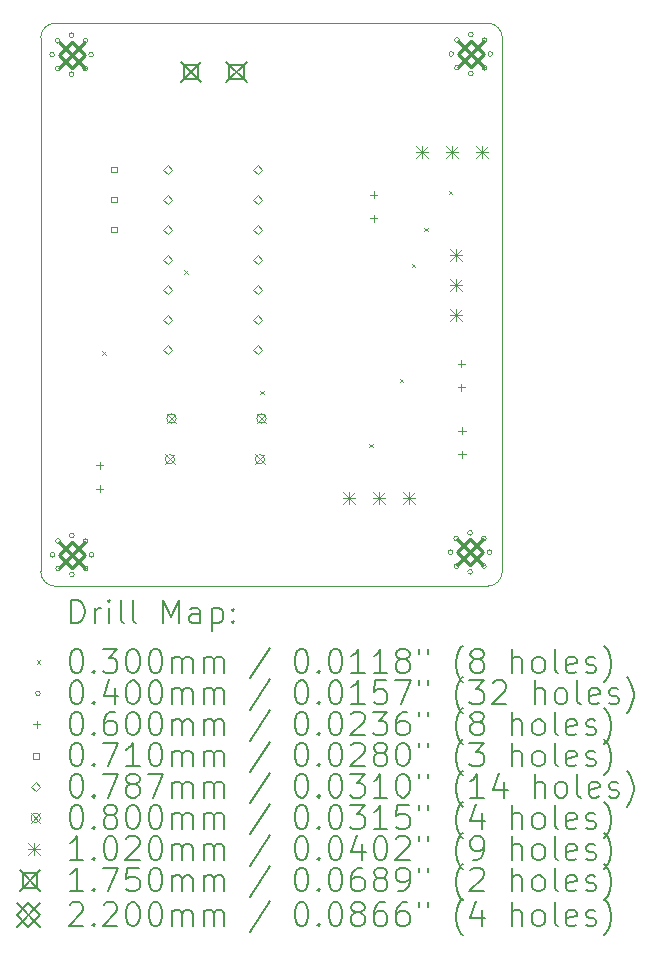
<source format=gbr>
%TF.GenerationSoftware,KiCad,Pcbnew,9.0.6*%
%TF.CreationDate,2026-01-22T12:38:03+05:30*%
%TF.ProjectId,Muscle sensor,4d757363-6c65-4207-9365-6e736f722e6b,rev?*%
%TF.SameCoordinates,Original*%
%TF.FileFunction,Drillmap*%
%TF.FilePolarity,Positive*%
%FSLAX45Y45*%
G04 Gerber Fmt 4.5, Leading zero omitted, Abs format (unit mm)*
G04 Created by KiCad (PCBNEW 9.0.6) date 2026-01-22 12:38:03*
%MOMM*%
%LPD*%
G01*
G04 APERTURE LIST*
%ADD10C,0.050000*%
%ADD11C,0.200000*%
%ADD12C,0.100000*%
%ADD13C,0.102000*%
%ADD14C,0.175000*%
%ADD15C,0.220000*%
G04 APERTURE END LIST*
D10*
X14034000Y-6043450D02*
G75*
G02*
X14159000Y-5918450I125000J0D01*
G01*
X14159000Y-10686000D02*
G75*
G02*
X14034000Y-10561000I0J125000D01*
G01*
X17818000Y-5918450D02*
G75*
G02*
X17943000Y-6043450I0J-125000D01*
G01*
X17943000Y-10561000D02*
G75*
G02*
X17818000Y-10686000I-125000J0D01*
G01*
X14159000Y-5918450D02*
X17818000Y-5918450D01*
X17818000Y-10686000D02*
X14159000Y-10686000D01*
X14034000Y-10561000D02*
X14034000Y-6043450D01*
X17943000Y-6043450D02*
X17943000Y-10561000D01*
D11*
D12*
X14554000Y-8697000D02*
X14584000Y-8727000D01*
X14584000Y-8697000D02*
X14554000Y-8727000D01*
X15252000Y-8010000D02*
X15282000Y-8040000D01*
X15282000Y-8010000D02*
X15252000Y-8040000D01*
X15892000Y-9033000D02*
X15922000Y-9063000D01*
X15922000Y-9033000D02*
X15892000Y-9063000D01*
X16816000Y-9479000D02*
X16846000Y-9509000D01*
X16846000Y-9479000D02*
X16816000Y-9509000D01*
X17073000Y-8930000D02*
X17103000Y-8960000D01*
X17103000Y-8930000D02*
X17073000Y-8960000D01*
X17177000Y-7956000D02*
X17207000Y-7986000D01*
X17207000Y-7956000D02*
X17177000Y-7986000D01*
X17280000Y-7653000D02*
X17310000Y-7683000D01*
X17310000Y-7653000D02*
X17280000Y-7683000D01*
X17490000Y-7337000D02*
X17520000Y-7367000D01*
X17520000Y-7337000D02*
X17490000Y-7367000D01*
X14151000Y-6186000D02*
G75*
G02*
X14111000Y-6186000I-20000J0D01*
G01*
X14111000Y-6186000D02*
G75*
G02*
X14151000Y-6186000I20000J0D01*
G01*
X14154000Y-10421000D02*
G75*
G02*
X14114000Y-10421000I-20000J0D01*
G01*
X14114000Y-10421000D02*
G75*
G02*
X14154000Y-10421000I20000J0D01*
G01*
X14199327Y-6069327D02*
G75*
G02*
X14159327Y-6069327I-20000J0D01*
G01*
X14159327Y-6069327D02*
G75*
G02*
X14199327Y-6069327I20000J0D01*
G01*
X14199327Y-6302673D02*
G75*
G02*
X14159327Y-6302673I-20000J0D01*
G01*
X14159327Y-6302673D02*
G75*
G02*
X14199327Y-6302673I20000J0D01*
G01*
X14202327Y-10304327D02*
G75*
G02*
X14162327Y-10304327I-20000J0D01*
G01*
X14162327Y-10304327D02*
G75*
G02*
X14202327Y-10304327I20000J0D01*
G01*
X14202327Y-10537673D02*
G75*
G02*
X14162327Y-10537673I-20000J0D01*
G01*
X14162327Y-10537673D02*
G75*
G02*
X14202327Y-10537673I20000J0D01*
G01*
X14316000Y-6021000D02*
G75*
G02*
X14276000Y-6021000I-20000J0D01*
G01*
X14276000Y-6021000D02*
G75*
G02*
X14316000Y-6021000I20000J0D01*
G01*
X14316000Y-6351000D02*
G75*
G02*
X14276000Y-6351000I-20000J0D01*
G01*
X14276000Y-6351000D02*
G75*
G02*
X14316000Y-6351000I20000J0D01*
G01*
X14319000Y-10256000D02*
G75*
G02*
X14279000Y-10256000I-20000J0D01*
G01*
X14279000Y-10256000D02*
G75*
G02*
X14319000Y-10256000I20000J0D01*
G01*
X14319000Y-10586000D02*
G75*
G02*
X14279000Y-10586000I-20000J0D01*
G01*
X14279000Y-10586000D02*
G75*
G02*
X14319000Y-10586000I20000J0D01*
G01*
X14432673Y-6069327D02*
G75*
G02*
X14392673Y-6069327I-20000J0D01*
G01*
X14392673Y-6069327D02*
G75*
G02*
X14432673Y-6069327I20000J0D01*
G01*
X14432673Y-6302673D02*
G75*
G02*
X14392673Y-6302673I-20000J0D01*
G01*
X14392673Y-6302673D02*
G75*
G02*
X14432673Y-6302673I20000J0D01*
G01*
X14435673Y-10304327D02*
G75*
G02*
X14395673Y-10304327I-20000J0D01*
G01*
X14395673Y-10304327D02*
G75*
G02*
X14435673Y-10304327I20000J0D01*
G01*
X14435673Y-10537673D02*
G75*
G02*
X14395673Y-10537673I-20000J0D01*
G01*
X14395673Y-10537673D02*
G75*
G02*
X14435673Y-10537673I20000J0D01*
G01*
X14481000Y-6186000D02*
G75*
G02*
X14441000Y-6186000I-20000J0D01*
G01*
X14441000Y-6186000D02*
G75*
G02*
X14481000Y-6186000I20000J0D01*
G01*
X14484000Y-10421000D02*
G75*
G02*
X14444000Y-10421000I-20000J0D01*
G01*
X14444000Y-10421000D02*
G75*
G02*
X14484000Y-10421000I20000J0D01*
G01*
X17525327Y-10399327D02*
G75*
G02*
X17485327Y-10399327I-20000J0D01*
G01*
X17485327Y-10399327D02*
G75*
G02*
X17525327Y-10399327I20000J0D01*
G01*
X17531327Y-6179673D02*
G75*
G02*
X17491327Y-6179673I-20000J0D01*
G01*
X17491327Y-6179673D02*
G75*
G02*
X17531327Y-6179673I20000J0D01*
G01*
X17573655Y-10282655D02*
G75*
G02*
X17533655Y-10282655I-20000J0D01*
G01*
X17533655Y-10282655D02*
G75*
G02*
X17573655Y-10282655I20000J0D01*
G01*
X17573655Y-10516000D02*
G75*
G02*
X17533655Y-10516000I-20000J0D01*
G01*
X17533655Y-10516000D02*
G75*
G02*
X17573655Y-10516000I20000J0D01*
G01*
X17579655Y-6063000D02*
G75*
G02*
X17539655Y-6063000I-20000J0D01*
G01*
X17539655Y-6063000D02*
G75*
G02*
X17579655Y-6063000I20000J0D01*
G01*
X17579655Y-6296345D02*
G75*
G02*
X17539655Y-6296345I-20000J0D01*
G01*
X17539655Y-6296345D02*
G75*
G02*
X17579655Y-6296345I20000J0D01*
G01*
X17690327Y-10234327D02*
G75*
G02*
X17650327Y-10234327I-20000J0D01*
G01*
X17650327Y-10234327D02*
G75*
G02*
X17690327Y-10234327I20000J0D01*
G01*
X17690327Y-10564327D02*
G75*
G02*
X17650327Y-10564327I-20000J0D01*
G01*
X17650327Y-10564327D02*
G75*
G02*
X17690327Y-10564327I20000J0D01*
G01*
X17696327Y-6014673D02*
G75*
G02*
X17656327Y-6014673I-20000J0D01*
G01*
X17656327Y-6014673D02*
G75*
G02*
X17696327Y-6014673I20000J0D01*
G01*
X17696327Y-6344673D02*
G75*
G02*
X17656327Y-6344673I-20000J0D01*
G01*
X17656327Y-6344673D02*
G75*
G02*
X17696327Y-6344673I20000J0D01*
G01*
X17807000Y-10282655D02*
G75*
G02*
X17767000Y-10282655I-20000J0D01*
G01*
X17767000Y-10282655D02*
G75*
G02*
X17807000Y-10282655I20000J0D01*
G01*
X17807000Y-10516000D02*
G75*
G02*
X17767000Y-10516000I-20000J0D01*
G01*
X17767000Y-10516000D02*
G75*
G02*
X17807000Y-10516000I20000J0D01*
G01*
X17813000Y-6063000D02*
G75*
G02*
X17773000Y-6063000I-20000J0D01*
G01*
X17773000Y-6063000D02*
G75*
G02*
X17813000Y-6063000I20000J0D01*
G01*
X17813000Y-6296345D02*
G75*
G02*
X17773000Y-6296345I-20000J0D01*
G01*
X17773000Y-6296345D02*
G75*
G02*
X17813000Y-6296345I20000J0D01*
G01*
X17855327Y-10399327D02*
G75*
G02*
X17815327Y-10399327I-20000J0D01*
G01*
X17815327Y-10399327D02*
G75*
G02*
X17855327Y-10399327I20000J0D01*
G01*
X17861327Y-6179673D02*
G75*
G02*
X17821327Y-6179673I-20000J0D01*
G01*
X17821327Y-6179673D02*
G75*
G02*
X17861327Y-6179673I20000J0D01*
G01*
X14533000Y-9632000D02*
X14533000Y-9692000D01*
X14503000Y-9662000D02*
X14563000Y-9662000D01*
X14533000Y-9832000D02*
X14533000Y-9892000D01*
X14503000Y-9862000D02*
X14563000Y-9862000D01*
X16856000Y-7343000D02*
X16856000Y-7403000D01*
X16826000Y-7373000D02*
X16886000Y-7373000D01*
X16856000Y-7543000D02*
X16856000Y-7603000D01*
X16826000Y-7573000D02*
X16886000Y-7573000D01*
X17595000Y-8771000D02*
X17595000Y-8831000D01*
X17565000Y-8801000D02*
X17625000Y-8801000D01*
X17595000Y-8971000D02*
X17595000Y-9031000D01*
X17565000Y-9001000D02*
X17625000Y-9001000D01*
X17602000Y-9338000D02*
X17602000Y-9398000D01*
X17572000Y-9368000D02*
X17632000Y-9368000D01*
X17602000Y-9538000D02*
X17602000Y-9598000D01*
X17572000Y-9568000D02*
X17632000Y-9568000D01*
X14680102Y-7183102D02*
X14680102Y-7132897D01*
X14629897Y-7132897D01*
X14629897Y-7183102D01*
X14680102Y-7183102D01*
X14680102Y-7437102D02*
X14680102Y-7386897D01*
X14629897Y-7386897D01*
X14629897Y-7437102D01*
X14680102Y-7437102D01*
X14680102Y-7691102D02*
X14680102Y-7640897D01*
X14629897Y-7640897D01*
X14629897Y-7691102D01*
X14680102Y-7691102D01*
X15109000Y-7198370D02*
X15148370Y-7159000D01*
X15109000Y-7119630D01*
X15069630Y-7159000D01*
X15109000Y-7198370D01*
X15109000Y-7452370D02*
X15148370Y-7413000D01*
X15109000Y-7373630D01*
X15069630Y-7413000D01*
X15109000Y-7452370D01*
X15109000Y-7706370D02*
X15148370Y-7667000D01*
X15109000Y-7627630D01*
X15069630Y-7667000D01*
X15109000Y-7706370D01*
X15109000Y-7960370D02*
X15148370Y-7921000D01*
X15109000Y-7881630D01*
X15069630Y-7921000D01*
X15109000Y-7960370D01*
X15109000Y-8214370D02*
X15148370Y-8175000D01*
X15109000Y-8135630D01*
X15069630Y-8175000D01*
X15109000Y-8214370D01*
X15109000Y-8468370D02*
X15148370Y-8429000D01*
X15109000Y-8389630D01*
X15069630Y-8429000D01*
X15109000Y-8468370D01*
X15109000Y-8722370D02*
X15148370Y-8683000D01*
X15109000Y-8643630D01*
X15069630Y-8683000D01*
X15109000Y-8722370D01*
X15871000Y-7198370D02*
X15910370Y-7159000D01*
X15871000Y-7119630D01*
X15831630Y-7159000D01*
X15871000Y-7198370D01*
X15871000Y-7452370D02*
X15910370Y-7413000D01*
X15871000Y-7373630D01*
X15831630Y-7413000D01*
X15871000Y-7452370D01*
X15871000Y-7706370D02*
X15910370Y-7667000D01*
X15871000Y-7627630D01*
X15831630Y-7667000D01*
X15871000Y-7706370D01*
X15871000Y-7960370D02*
X15910370Y-7921000D01*
X15871000Y-7881630D01*
X15831630Y-7921000D01*
X15871000Y-7960370D01*
X15871000Y-8214370D02*
X15910370Y-8175000D01*
X15871000Y-8135630D01*
X15831630Y-8175000D01*
X15871000Y-8214370D01*
X15871000Y-8468370D02*
X15910370Y-8429000D01*
X15871000Y-8389630D01*
X15831630Y-8429000D01*
X15871000Y-8468370D01*
X15871000Y-8722370D02*
X15910370Y-8683000D01*
X15871000Y-8643630D01*
X15831630Y-8683000D01*
X15871000Y-8722370D01*
X15089000Y-9571000D02*
X15169000Y-9651000D01*
X15169000Y-9571000D02*
X15089000Y-9651000D01*
X15169000Y-9611000D02*
G75*
G02*
X15089000Y-9611000I-40000J0D01*
G01*
X15089000Y-9611000D02*
G75*
G02*
X15169000Y-9611000I40000J0D01*
G01*
X15102000Y-9226000D02*
X15182000Y-9306000D01*
X15182000Y-9226000D02*
X15102000Y-9306000D01*
X15182000Y-9266000D02*
G75*
G02*
X15102000Y-9266000I-40000J0D01*
G01*
X15102000Y-9266000D02*
G75*
G02*
X15182000Y-9266000I40000J0D01*
G01*
X15851000Y-9571000D02*
X15931000Y-9651000D01*
X15931000Y-9571000D02*
X15851000Y-9651000D01*
X15931000Y-9611000D02*
G75*
G02*
X15851000Y-9611000I-40000J0D01*
G01*
X15851000Y-9611000D02*
G75*
G02*
X15931000Y-9611000I40000J0D01*
G01*
X15864000Y-9226000D02*
X15944000Y-9306000D01*
X15944000Y-9226000D02*
X15864000Y-9306000D01*
X15944000Y-9266000D02*
G75*
G02*
X15864000Y-9266000I-40000J0D01*
G01*
X15864000Y-9266000D02*
G75*
G02*
X15944000Y-9266000I40000J0D01*
G01*
D13*
X16595000Y-9885000D02*
X16697000Y-9987000D01*
X16697000Y-9885000D02*
X16595000Y-9987000D01*
X16646000Y-9885000D02*
X16646000Y-9987000D01*
X16595000Y-9936000D02*
X16697000Y-9936000D01*
X16849000Y-9885000D02*
X16951000Y-9987000D01*
X16951000Y-9885000D02*
X16849000Y-9987000D01*
X16900000Y-9885000D02*
X16900000Y-9987000D01*
X16849000Y-9936000D02*
X16951000Y-9936000D01*
X17103000Y-9885000D02*
X17205000Y-9987000D01*
X17205000Y-9885000D02*
X17103000Y-9987000D01*
X17154000Y-9885000D02*
X17154000Y-9987000D01*
X17103000Y-9936000D02*
X17205000Y-9936000D01*
X17212000Y-6956000D02*
X17314000Y-7058000D01*
X17314000Y-6956000D02*
X17212000Y-7058000D01*
X17263000Y-6956000D02*
X17263000Y-7058000D01*
X17212000Y-7007000D02*
X17314000Y-7007000D01*
X17466000Y-6956000D02*
X17568000Y-7058000D01*
X17568000Y-6956000D02*
X17466000Y-7058000D01*
X17517000Y-6956000D02*
X17517000Y-7058000D01*
X17466000Y-7007000D02*
X17568000Y-7007000D01*
X17499000Y-7835000D02*
X17601000Y-7937000D01*
X17601000Y-7835000D02*
X17499000Y-7937000D01*
X17550000Y-7835000D02*
X17550000Y-7937000D01*
X17499000Y-7886000D02*
X17601000Y-7886000D01*
X17499000Y-8089000D02*
X17601000Y-8191000D01*
X17601000Y-8089000D02*
X17499000Y-8191000D01*
X17550000Y-8089000D02*
X17550000Y-8191000D01*
X17499000Y-8140000D02*
X17601000Y-8140000D01*
X17499000Y-8343000D02*
X17601000Y-8445000D01*
X17601000Y-8343000D02*
X17499000Y-8445000D01*
X17550000Y-8343000D02*
X17550000Y-8445000D01*
X17499000Y-8394000D02*
X17601000Y-8394000D01*
X17720000Y-6956000D02*
X17822000Y-7058000D01*
X17822000Y-6956000D02*
X17720000Y-7058000D01*
X17771000Y-6956000D02*
X17771000Y-7058000D01*
X17720000Y-7007000D02*
X17822000Y-7007000D01*
D14*
X15219750Y-6244500D02*
X15394750Y-6419500D01*
X15394750Y-6244500D02*
X15219750Y-6419500D01*
X15369122Y-6393872D02*
X15369122Y-6270128D01*
X15245378Y-6270128D01*
X15245378Y-6393872D01*
X15369122Y-6393872D01*
X15607750Y-6244500D02*
X15782750Y-6419500D01*
X15782750Y-6244500D02*
X15607750Y-6419500D01*
X15757122Y-6393872D02*
X15757122Y-6270128D01*
X15633378Y-6270128D01*
X15633378Y-6393872D01*
X15757122Y-6393872D01*
D15*
X14186000Y-6076000D02*
X14406000Y-6296000D01*
X14406000Y-6076000D02*
X14186000Y-6296000D01*
X14296000Y-6296000D02*
X14406000Y-6186000D01*
X14296000Y-6076000D01*
X14186000Y-6186000D01*
X14296000Y-6296000D01*
X14189000Y-10311000D02*
X14409000Y-10531000D01*
X14409000Y-10311000D02*
X14189000Y-10531000D01*
X14299000Y-10531000D02*
X14409000Y-10421000D01*
X14299000Y-10311000D01*
X14189000Y-10421000D01*
X14299000Y-10531000D01*
X17560327Y-10289327D02*
X17780327Y-10509327D01*
X17780327Y-10289327D02*
X17560327Y-10509327D01*
X17670327Y-10509327D02*
X17780327Y-10399327D01*
X17670327Y-10289327D01*
X17560327Y-10399327D01*
X17670327Y-10509327D01*
X17566327Y-6069673D02*
X17786327Y-6289673D01*
X17786327Y-6069673D02*
X17566327Y-6289673D01*
X17676327Y-6289673D02*
X17786327Y-6179673D01*
X17676327Y-6069673D01*
X17566327Y-6179673D01*
X17676327Y-6289673D01*
D11*
X14292277Y-10999984D02*
X14292277Y-10799984D01*
X14292277Y-10799984D02*
X14339896Y-10799984D01*
X14339896Y-10799984D02*
X14368467Y-10809508D01*
X14368467Y-10809508D02*
X14387515Y-10828555D01*
X14387515Y-10828555D02*
X14397039Y-10847603D01*
X14397039Y-10847603D02*
X14406562Y-10885698D01*
X14406562Y-10885698D02*
X14406562Y-10914270D01*
X14406562Y-10914270D02*
X14397039Y-10952365D01*
X14397039Y-10952365D02*
X14387515Y-10971412D01*
X14387515Y-10971412D02*
X14368467Y-10990460D01*
X14368467Y-10990460D02*
X14339896Y-10999984D01*
X14339896Y-10999984D02*
X14292277Y-10999984D01*
X14492277Y-10999984D02*
X14492277Y-10866650D01*
X14492277Y-10904746D02*
X14501801Y-10885698D01*
X14501801Y-10885698D02*
X14511324Y-10876174D01*
X14511324Y-10876174D02*
X14530372Y-10866650D01*
X14530372Y-10866650D02*
X14549420Y-10866650D01*
X14616086Y-10999984D02*
X14616086Y-10866650D01*
X14616086Y-10799984D02*
X14606562Y-10809508D01*
X14606562Y-10809508D02*
X14616086Y-10819031D01*
X14616086Y-10819031D02*
X14625610Y-10809508D01*
X14625610Y-10809508D02*
X14616086Y-10799984D01*
X14616086Y-10799984D02*
X14616086Y-10819031D01*
X14739896Y-10999984D02*
X14720848Y-10990460D01*
X14720848Y-10990460D02*
X14711324Y-10971412D01*
X14711324Y-10971412D02*
X14711324Y-10799984D01*
X14844658Y-10999984D02*
X14825610Y-10990460D01*
X14825610Y-10990460D02*
X14816086Y-10971412D01*
X14816086Y-10971412D02*
X14816086Y-10799984D01*
X15073229Y-10999984D02*
X15073229Y-10799984D01*
X15073229Y-10799984D02*
X15139896Y-10942841D01*
X15139896Y-10942841D02*
X15206562Y-10799984D01*
X15206562Y-10799984D02*
X15206562Y-10999984D01*
X15387515Y-10999984D02*
X15387515Y-10895222D01*
X15387515Y-10895222D02*
X15377991Y-10876174D01*
X15377991Y-10876174D02*
X15358943Y-10866650D01*
X15358943Y-10866650D02*
X15320848Y-10866650D01*
X15320848Y-10866650D02*
X15301801Y-10876174D01*
X15387515Y-10990460D02*
X15368467Y-10999984D01*
X15368467Y-10999984D02*
X15320848Y-10999984D01*
X15320848Y-10999984D02*
X15301801Y-10990460D01*
X15301801Y-10990460D02*
X15292277Y-10971412D01*
X15292277Y-10971412D02*
X15292277Y-10952365D01*
X15292277Y-10952365D02*
X15301801Y-10933317D01*
X15301801Y-10933317D02*
X15320848Y-10923793D01*
X15320848Y-10923793D02*
X15368467Y-10923793D01*
X15368467Y-10923793D02*
X15387515Y-10914270D01*
X15482753Y-10866650D02*
X15482753Y-11066650D01*
X15482753Y-10876174D02*
X15501801Y-10866650D01*
X15501801Y-10866650D02*
X15539896Y-10866650D01*
X15539896Y-10866650D02*
X15558943Y-10876174D01*
X15558943Y-10876174D02*
X15568467Y-10885698D01*
X15568467Y-10885698D02*
X15577991Y-10904746D01*
X15577991Y-10904746D02*
X15577991Y-10961889D01*
X15577991Y-10961889D02*
X15568467Y-10980936D01*
X15568467Y-10980936D02*
X15558943Y-10990460D01*
X15558943Y-10990460D02*
X15539896Y-10999984D01*
X15539896Y-10999984D02*
X15501801Y-10999984D01*
X15501801Y-10999984D02*
X15482753Y-10990460D01*
X15663705Y-10980936D02*
X15673229Y-10990460D01*
X15673229Y-10990460D02*
X15663705Y-10999984D01*
X15663705Y-10999984D02*
X15654182Y-10990460D01*
X15654182Y-10990460D02*
X15663705Y-10980936D01*
X15663705Y-10980936D02*
X15663705Y-10999984D01*
X15663705Y-10876174D02*
X15673229Y-10885698D01*
X15673229Y-10885698D02*
X15663705Y-10895222D01*
X15663705Y-10895222D02*
X15654182Y-10885698D01*
X15654182Y-10885698D02*
X15663705Y-10876174D01*
X15663705Y-10876174D02*
X15663705Y-10895222D01*
D12*
X14001500Y-11313500D02*
X14031500Y-11343500D01*
X14031500Y-11313500D02*
X14001500Y-11343500D01*
D11*
X14330372Y-11219984D02*
X14349420Y-11219984D01*
X14349420Y-11219984D02*
X14368467Y-11229508D01*
X14368467Y-11229508D02*
X14377991Y-11239031D01*
X14377991Y-11239031D02*
X14387515Y-11258079D01*
X14387515Y-11258079D02*
X14397039Y-11296174D01*
X14397039Y-11296174D02*
X14397039Y-11343793D01*
X14397039Y-11343793D02*
X14387515Y-11381888D01*
X14387515Y-11381888D02*
X14377991Y-11400936D01*
X14377991Y-11400936D02*
X14368467Y-11410460D01*
X14368467Y-11410460D02*
X14349420Y-11419984D01*
X14349420Y-11419984D02*
X14330372Y-11419984D01*
X14330372Y-11419984D02*
X14311324Y-11410460D01*
X14311324Y-11410460D02*
X14301801Y-11400936D01*
X14301801Y-11400936D02*
X14292277Y-11381888D01*
X14292277Y-11381888D02*
X14282753Y-11343793D01*
X14282753Y-11343793D02*
X14282753Y-11296174D01*
X14282753Y-11296174D02*
X14292277Y-11258079D01*
X14292277Y-11258079D02*
X14301801Y-11239031D01*
X14301801Y-11239031D02*
X14311324Y-11229508D01*
X14311324Y-11229508D02*
X14330372Y-11219984D01*
X14482753Y-11400936D02*
X14492277Y-11410460D01*
X14492277Y-11410460D02*
X14482753Y-11419984D01*
X14482753Y-11419984D02*
X14473229Y-11410460D01*
X14473229Y-11410460D02*
X14482753Y-11400936D01*
X14482753Y-11400936D02*
X14482753Y-11419984D01*
X14558943Y-11219984D02*
X14682753Y-11219984D01*
X14682753Y-11219984D02*
X14616086Y-11296174D01*
X14616086Y-11296174D02*
X14644658Y-11296174D01*
X14644658Y-11296174D02*
X14663705Y-11305698D01*
X14663705Y-11305698D02*
X14673229Y-11315222D01*
X14673229Y-11315222D02*
X14682753Y-11334269D01*
X14682753Y-11334269D02*
X14682753Y-11381888D01*
X14682753Y-11381888D02*
X14673229Y-11400936D01*
X14673229Y-11400936D02*
X14663705Y-11410460D01*
X14663705Y-11410460D02*
X14644658Y-11419984D01*
X14644658Y-11419984D02*
X14587515Y-11419984D01*
X14587515Y-11419984D02*
X14568467Y-11410460D01*
X14568467Y-11410460D02*
X14558943Y-11400936D01*
X14806562Y-11219984D02*
X14825610Y-11219984D01*
X14825610Y-11219984D02*
X14844658Y-11229508D01*
X14844658Y-11229508D02*
X14854182Y-11239031D01*
X14854182Y-11239031D02*
X14863705Y-11258079D01*
X14863705Y-11258079D02*
X14873229Y-11296174D01*
X14873229Y-11296174D02*
X14873229Y-11343793D01*
X14873229Y-11343793D02*
X14863705Y-11381888D01*
X14863705Y-11381888D02*
X14854182Y-11400936D01*
X14854182Y-11400936D02*
X14844658Y-11410460D01*
X14844658Y-11410460D02*
X14825610Y-11419984D01*
X14825610Y-11419984D02*
X14806562Y-11419984D01*
X14806562Y-11419984D02*
X14787515Y-11410460D01*
X14787515Y-11410460D02*
X14777991Y-11400936D01*
X14777991Y-11400936D02*
X14768467Y-11381888D01*
X14768467Y-11381888D02*
X14758943Y-11343793D01*
X14758943Y-11343793D02*
X14758943Y-11296174D01*
X14758943Y-11296174D02*
X14768467Y-11258079D01*
X14768467Y-11258079D02*
X14777991Y-11239031D01*
X14777991Y-11239031D02*
X14787515Y-11229508D01*
X14787515Y-11229508D02*
X14806562Y-11219984D01*
X14997039Y-11219984D02*
X15016086Y-11219984D01*
X15016086Y-11219984D02*
X15035134Y-11229508D01*
X15035134Y-11229508D02*
X15044658Y-11239031D01*
X15044658Y-11239031D02*
X15054182Y-11258079D01*
X15054182Y-11258079D02*
X15063705Y-11296174D01*
X15063705Y-11296174D02*
X15063705Y-11343793D01*
X15063705Y-11343793D02*
X15054182Y-11381888D01*
X15054182Y-11381888D02*
X15044658Y-11400936D01*
X15044658Y-11400936D02*
X15035134Y-11410460D01*
X15035134Y-11410460D02*
X15016086Y-11419984D01*
X15016086Y-11419984D02*
X14997039Y-11419984D01*
X14997039Y-11419984D02*
X14977991Y-11410460D01*
X14977991Y-11410460D02*
X14968467Y-11400936D01*
X14968467Y-11400936D02*
X14958943Y-11381888D01*
X14958943Y-11381888D02*
X14949420Y-11343793D01*
X14949420Y-11343793D02*
X14949420Y-11296174D01*
X14949420Y-11296174D02*
X14958943Y-11258079D01*
X14958943Y-11258079D02*
X14968467Y-11239031D01*
X14968467Y-11239031D02*
X14977991Y-11229508D01*
X14977991Y-11229508D02*
X14997039Y-11219984D01*
X15149420Y-11419984D02*
X15149420Y-11286650D01*
X15149420Y-11305698D02*
X15158943Y-11296174D01*
X15158943Y-11296174D02*
X15177991Y-11286650D01*
X15177991Y-11286650D02*
X15206563Y-11286650D01*
X15206563Y-11286650D02*
X15225610Y-11296174D01*
X15225610Y-11296174D02*
X15235134Y-11315222D01*
X15235134Y-11315222D02*
X15235134Y-11419984D01*
X15235134Y-11315222D02*
X15244658Y-11296174D01*
X15244658Y-11296174D02*
X15263705Y-11286650D01*
X15263705Y-11286650D02*
X15292277Y-11286650D01*
X15292277Y-11286650D02*
X15311324Y-11296174D01*
X15311324Y-11296174D02*
X15320848Y-11315222D01*
X15320848Y-11315222D02*
X15320848Y-11419984D01*
X15416086Y-11419984D02*
X15416086Y-11286650D01*
X15416086Y-11305698D02*
X15425610Y-11296174D01*
X15425610Y-11296174D02*
X15444658Y-11286650D01*
X15444658Y-11286650D02*
X15473229Y-11286650D01*
X15473229Y-11286650D02*
X15492277Y-11296174D01*
X15492277Y-11296174D02*
X15501801Y-11315222D01*
X15501801Y-11315222D02*
X15501801Y-11419984D01*
X15501801Y-11315222D02*
X15511324Y-11296174D01*
X15511324Y-11296174D02*
X15530372Y-11286650D01*
X15530372Y-11286650D02*
X15558943Y-11286650D01*
X15558943Y-11286650D02*
X15577991Y-11296174D01*
X15577991Y-11296174D02*
X15587515Y-11315222D01*
X15587515Y-11315222D02*
X15587515Y-11419984D01*
X15977991Y-11210460D02*
X15806563Y-11467603D01*
X16235134Y-11219984D02*
X16254182Y-11219984D01*
X16254182Y-11219984D02*
X16273229Y-11229508D01*
X16273229Y-11229508D02*
X16282753Y-11239031D01*
X16282753Y-11239031D02*
X16292277Y-11258079D01*
X16292277Y-11258079D02*
X16301801Y-11296174D01*
X16301801Y-11296174D02*
X16301801Y-11343793D01*
X16301801Y-11343793D02*
X16292277Y-11381888D01*
X16292277Y-11381888D02*
X16282753Y-11400936D01*
X16282753Y-11400936D02*
X16273229Y-11410460D01*
X16273229Y-11410460D02*
X16254182Y-11419984D01*
X16254182Y-11419984D02*
X16235134Y-11419984D01*
X16235134Y-11419984D02*
X16216086Y-11410460D01*
X16216086Y-11410460D02*
X16206563Y-11400936D01*
X16206563Y-11400936D02*
X16197039Y-11381888D01*
X16197039Y-11381888D02*
X16187515Y-11343793D01*
X16187515Y-11343793D02*
X16187515Y-11296174D01*
X16187515Y-11296174D02*
X16197039Y-11258079D01*
X16197039Y-11258079D02*
X16206563Y-11239031D01*
X16206563Y-11239031D02*
X16216086Y-11229508D01*
X16216086Y-11229508D02*
X16235134Y-11219984D01*
X16387515Y-11400936D02*
X16397039Y-11410460D01*
X16397039Y-11410460D02*
X16387515Y-11419984D01*
X16387515Y-11419984D02*
X16377991Y-11410460D01*
X16377991Y-11410460D02*
X16387515Y-11400936D01*
X16387515Y-11400936D02*
X16387515Y-11419984D01*
X16520848Y-11219984D02*
X16539896Y-11219984D01*
X16539896Y-11219984D02*
X16558944Y-11229508D01*
X16558944Y-11229508D02*
X16568467Y-11239031D01*
X16568467Y-11239031D02*
X16577991Y-11258079D01*
X16577991Y-11258079D02*
X16587515Y-11296174D01*
X16587515Y-11296174D02*
X16587515Y-11343793D01*
X16587515Y-11343793D02*
X16577991Y-11381888D01*
X16577991Y-11381888D02*
X16568467Y-11400936D01*
X16568467Y-11400936D02*
X16558944Y-11410460D01*
X16558944Y-11410460D02*
X16539896Y-11419984D01*
X16539896Y-11419984D02*
X16520848Y-11419984D01*
X16520848Y-11419984D02*
X16501801Y-11410460D01*
X16501801Y-11410460D02*
X16492277Y-11400936D01*
X16492277Y-11400936D02*
X16482753Y-11381888D01*
X16482753Y-11381888D02*
X16473229Y-11343793D01*
X16473229Y-11343793D02*
X16473229Y-11296174D01*
X16473229Y-11296174D02*
X16482753Y-11258079D01*
X16482753Y-11258079D02*
X16492277Y-11239031D01*
X16492277Y-11239031D02*
X16501801Y-11229508D01*
X16501801Y-11229508D02*
X16520848Y-11219984D01*
X16777991Y-11419984D02*
X16663706Y-11419984D01*
X16720848Y-11419984D02*
X16720848Y-11219984D01*
X16720848Y-11219984D02*
X16701801Y-11248555D01*
X16701801Y-11248555D02*
X16682753Y-11267603D01*
X16682753Y-11267603D02*
X16663706Y-11277127D01*
X16968468Y-11419984D02*
X16854182Y-11419984D01*
X16911325Y-11419984D02*
X16911325Y-11219984D01*
X16911325Y-11219984D02*
X16892277Y-11248555D01*
X16892277Y-11248555D02*
X16873229Y-11267603D01*
X16873229Y-11267603D02*
X16854182Y-11277127D01*
X17082753Y-11305698D02*
X17063706Y-11296174D01*
X17063706Y-11296174D02*
X17054182Y-11286650D01*
X17054182Y-11286650D02*
X17044658Y-11267603D01*
X17044658Y-11267603D02*
X17044658Y-11258079D01*
X17044658Y-11258079D02*
X17054182Y-11239031D01*
X17054182Y-11239031D02*
X17063706Y-11229508D01*
X17063706Y-11229508D02*
X17082753Y-11219984D01*
X17082753Y-11219984D02*
X17120849Y-11219984D01*
X17120849Y-11219984D02*
X17139896Y-11229508D01*
X17139896Y-11229508D02*
X17149420Y-11239031D01*
X17149420Y-11239031D02*
X17158944Y-11258079D01*
X17158944Y-11258079D02*
X17158944Y-11267603D01*
X17158944Y-11267603D02*
X17149420Y-11286650D01*
X17149420Y-11286650D02*
X17139896Y-11296174D01*
X17139896Y-11296174D02*
X17120849Y-11305698D01*
X17120849Y-11305698D02*
X17082753Y-11305698D01*
X17082753Y-11305698D02*
X17063706Y-11315222D01*
X17063706Y-11315222D02*
X17054182Y-11324746D01*
X17054182Y-11324746D02*
X17044658Y-11343793D01*
X17044658Y-11343793D02*
X17044658Y-11381888D01*
X17044658Y-11381888D02*
X17054182Y-11400936D01*
X17054182Y-11400936D02*
X17063706Y-11410460D01*
X17063706Y-11410460D02*
X17082753Y-11419984D01*
X17082753Y-11419984D02*
X17120849Y-11419984D01*
X17120849Y-11419984D02*
X17139896Y-11410460D01*
X17139896Y-11410460D02*
X17149420Y-11400936D01*
X17149420Y-11400936D02*
X17158944Y-11381888D01*
X17158944Y-11381888D02*
X17158944Y-11343793D01*
X17158944Y-11343793D02*
X17149420Y-11324746D01*
X17149420Y-11324746D02*
X17139896Y-11315222D01*
X17139896Y-11315222D02*
X17120849Y-11305698D01*
X17235134Y-11219984D02*
X17235134Y-11258079D01*
X17311325Y-11219984D02*
X17311325Y-11258079D01*
X17606563Y-11496174D02*
X17597039Y-11486650D01*
X17597039Y-11486650D02*
X17577991Y-11458079D01*
X17577991Y-11458079D02*
X17568468Y-11439031D01*
X17568468Y-11439031D02*
X17558944Y-11410460D01*
X17558944Y-11410460D02*
X17549420Y-11362841D01*
X17549420Y-11362841D02*
X17549420Y-11324746D01*
X17549420Y-11324746D02*
X17558944Y-11277127D01*
X17558944Y-11277127D02*
X17568468Y-11248555D01*
X17568468Y-11248555D02*
X17577991Y-11229508D01*
X17577991Y-11229508D02*
X17597039Y-11200936D01*
X17597039Y-11200936D02*
X17606563Y-11191412D01*
X17711325Y-11305698D02*
X17692277Y-11296174D01*
X17692277Y-11296174D02*
X17682753Y-11286650D01*
X17682753Y-11286650D02*
X17673230Y-11267603D01*
X17673230Y-11267603D02*
X17673230Y-11258079D01*
X17673230Y-11258079D02*
X17682753Y-11239031D01*
X17682753Y-11239031D02*
X17692277Y-11229508D01*
X17692277Y-11229508D02*
X17711325Y-11219984D01*
X17711325Y-11219984D02*
X17749420Y-11219984D01*
X17749420Y-11219984D02*
X17768468Y-11229508D01*
X17768468Y-11229508D02*
X17777991Y-11239031D01*
X17777991Y-11239031D02*
X17787515Y-11258079D01*
X17787515Y-11258079D02*
X17787515Y-11267603D01*
X17787515Y-11267603D02*
X17777991Y-11286650D01*
X17777991Y-11286650D02*
X17768468Y-11296174D01*
X17768468Y-11296174D02*
X17749420Y-11305698D01*
X17749420Y-11305698D02*
X17711325Y-11305698D01*
X17711325Y-11305698D02*
X17692277Y-11315222D01*
X17692277Y-11315222D02*
X17682753Y-11324746D01*
X17682753Y-11324746D02*
X17673230Y-11343793D01*
X17673230Y-11343793D02*
X17673230Y-11381888D01*
X17673230Y-11381888D02*
X17682753Y-11400936D01*
X17682753Y-11400936D02*
X17692277Y-11410460D01*
X17692277Y-11410460D02*
X17711325Y-11419984D01*
X17711325Y-11419984D02*
X17749420Y-11419984D01*
X17749420Y-11419984D02*
X17768468Y-11410460D01*
X17768468Y-11410460D02*
X17777991Y-11400936D01*
X17777991Y-11400936D02*
X17787515Y-11381888D01*
X17787515Y-11381888D02*
X17787515Y-11343793D01*
X17787515Y-11343793D02*
X17777991Y-11324746D01*
X17777991Y-11324746D02*
X17768468Y-11315222D01*
X17768468Y-11315222D02*
X17749420Y-11305698D01*
X18025611Y-11419984D02*
X18025611Y-11219984D01*
X18111325Y-11419984D02*
X18111325Y-11315222D01*
X18111325Y-11315222D02*
X18101801Y-11296174D01*
X18101801Y-11296174D02*
X18082753Y-11286650D01*
X18082753Y-11286650D02*
X18054182Y-11286650D01*
X18054182Y-11286650D02*
X18035134Y-11296174D01*
X18035134Y-11296174D02*
X18025611Y-11305698D01*
X18235134Y-11419984D02*
X18216087Y-11410460D01*
X18216087Y-11410460D02*
X18206563Y-11400936D01*
X18206563Y-11400936D02*
X18197039Y-11381888D01*
X18197039Y-11381888D02*
X18197039Y-11324746D01*
X18197039Y-11324746D02*
X18206563Y-11305698D01*
X18206563Y-11305698D02*
X18216087Y-11296174D01*
X18216087Y-11296174D02*
X18235134Y-11286650D01*
X18235134Y-11286650D02*
X18263706Y-11286650D01*
X18263706Y-11286650D02*
X18282753Y-11296174D01*
X18282753Y-11296174D02*
X18292277Y-11305698D01*
X18292277Y-11305698D02*
X18301801Y-11324746D01*
X18301801Y-11324746D02*
X18301801Y-11381888D01*
X18301801Y-11381888D02*
X18292277Y-11400936D01*
X18292277Y-11400936D02*
X18282753Y-11410460D01*
X18282753Y-11410460D02*
X18263706Y-11419984D01*
X18263706Y-11419984D02*
X18235134Y-11419984D01*
X18416087Y-11419984D02*
X18397039Y-11410460D01*
X18397039Y-11410460D02*
X18387515Y-11391412D01*
X18387515Y-11391412D02*
X18387515Y-11219984D01*
X18568468Y-11410460D02*
X18549420Y-11419984D01*
X18549420Y-11419984D02*
X18511325Y-11419984D01*
X18511325Y-11419984D02*
X18492277Y-11410460D01*
X18492277Y-11410460D02*
X18482753Y-11391412D01*
X18482753Y-11391412D02*
X18482753Y-11315222D01*
X18482753Y-11315222D02*
X18492277Y-11296174D01*
X18492277Y-11296174D02*
X18511325Y-11286650D01*
X18511325Y-11286650D02*
X18549420Y-11286650D01*
X18549420Y-11286650D02*
X18568468Y-11296174D01*
X18568468Y-11296174D02*
X18577992Y-11315222D01*
X18577992Y-11315222D02*
X18577992Y-11334269D01*
X18577992Y-11334269D02*
X18482753Y-11353317D01*
X18654182Y-11410460D02*
X18673230Y-11419984D01*
X18673230Y-11419984D02*
X18711325Y-11419984D01*
X18711325Y-11419984D02*
X18730373Y-11410460D01*
X18730373Y-11410460D02*
X18739896Y-11391412D01*
X18739896Y-11391412D02*
X18739896Y-11381888D01*
X18739896Y-11381888D02*
X18730373Y-11362841D01*
X18730373Y-11362841D02*
X18711325Y-11353317D01*
X18711325Y-11353317D02*
X18682753Y-11353317D01*
X18682753Y-11353317D02*
X18663706Y-11343793D01*
X18663706Y-11343793D02*
X18654182Y-11324746D01*
X18654182Y-11324746D02*
X18654182Y-11315222D01*
X18654182Y-11315222D02*
X18663706Y-11296174D01*
X18663706Y-11296174D02*
X18682753Y-11286650D01*
X18682753Y-11286650D02*
X18711325Y-11286650D01*
X18711325Y-11286650D02*
X18730373Y-11296174D01*
X18806563Y-11496174D02*
X18816087Y-11486650D01*
X18816087Y-11486650D02*
X18835134Y-11458079D01*
X18835134Y-11458079D02*
X18844658Y-11439031D01*
X18844658Y-11439031D02*
X18854182Y-11410460D01*
X18854182Y-11410460D02*
X18863706Y-11362841D01*
X18863706Y-11362841D02*
X18863706Y-11324746D01*
X18863706Y-11324746D02*
X18854182Y-11277127D01*
X18854182Y-11277127D02*
X18844658Y-11248555D01*
X18844658Y-11248555D02*
X18835134Y-11229508D01*
X18835134Y-11229508D02*
X18816087Y-11200936D01*
X18816087Y-11200936D02*
X18806563Y-11191412D01*
D12*
X14031500Y-11592500D02*
G75*
G02*
X13991500Y-11592500I-20000J0D01*
G01*
X13991500Y-11592500D02*
G75*
G02*
X14031500Y-11592500I20000J0D01*
G01*
D11*
X14330372Y-11483984D02*
X14349420Y-11483984D01*
X14349420Y-11483984D02*
X14368467Y-11493508D01*
X14368467Y-11493508D02*
X14377991Y-11503031D01*
X14377991Y-11503031D02*
X14387515Y-11522079D01*
X14387515Y-11522079D02*
X14397039Y-11560174D01*
X14397039Y-11560174D02*
X14397039Y-11607793D01*
X14397039Y-11607793D02*
X14387515Y-11645888D01*
X14387515Y-11645888D02*
X14377991Y-11664936D01*
X14377991Y-11664936D02*
X14368467Y-11674460D01*
X14368467Y-11674460D02*
X14349420Y-11683984D01*
X14349420Y-11683984D02*
X14330372Y-11683984D01*
X14330372Y-11683984D02*
X14311324Y-11674460D01*
X14311324Y-11674460D02*
X14301801Y-11664936D01*
X14301801Y-11664936D02*
X14292277Y-11645888D01*
X14292277Y-11645888D02*
X14282753Y-11607793D01*
X14282753Y-11607793D02*
X14282753Y-11560174D01*
X14282753Y-11560174D02*
X14292277Y-11522079D01*
X14292277Y-11522079D02*
X14301801Y-11503031D01*
X14301801Y-11503031D02*
X14311324Y-11493508D01*
X14311324Y-11493508D02*
X14330372Y-11483984D01*
X14482753Y-11664936D02*
X14492277Y-11674460D01*
X14492277Y-11674460D02*
X14482753Y-11683984D01*
X14482753Y-11683984D02*
X14473229Y-11674460D01*
X14473229Y-11674460D02*
X14482753Y-11664936D01*
X14482753Y-11664936D02*
X14482753Y-11683984D01*
X14663705Y-11550650D02*
X14663705Y-11683984D01*
X14616086Y-11474460D02*
X14568467Y-11617317D01*
X14568467Y-11617317D02*
X14692277Y-11617317D01*
X14806562Y-11483984D02*
X14825610Y-11483984D01*
X14825610Y-11483984D02*
X14844658Y-11493508D01*
X14844658Y-11493508D02*
X14854182Y-11503031D01*
X14854182Y-11503031D02*
X14863705Y-11522079D01*
X14863705Y-11522079D02*
X14873229Y-11560174D01*
X14873229Y-11560174D02*
X14873229Y-11607793D01*
X14873229Y-11607793D02*
X14863705Y-11645888D01*
X14863705Y-11645888D02*
X14854182Y-11664936D01*
X14854182Y-11664936D02*
X14844658Y-11674460D01*
X14844658Y-11674460D02*
X14825610Y-11683984D01*
X14825610Y-11683984D02*
X14806562Y-11683984D01*
X14806562Y-11683984D02*
X14787515Y-11674460D01*
X14787515Y-11674460D02*
X14777991Y-11664936D01*
X14777991Y-11664936D02*
X14768467Y-11645888D01*
X14768467Y-11645888D02*
X14758943Y-11607793D01*
X14758943Y-11607793D02*
X14758943Y-11560174D01*
X14758943Y-11560174D02*
X14768467Y-11522079D01*
X14768467Y-11522079D02*
X14777991Y-11503031D01*
X14777991Y-11503031D02*
X14787515Y-11493508D01*
X14787515Y-11493508D02*
X14806562Y-11483984D01*
X14997039Y-11483984D02*
X15016086Y-11483984D01*
X15016086Y-11483984D02*
X15035134Y-11493508D01*
X15035134Y-11493508D02*
X15044658Y-11503031D01*
X15044658Y-11503031D02*
X15054182Y-11522079D01*
X15054182Y-11522079D02*
X15063705Y-11560174D01*
X15063705Y-11560174D02*
X15063705Y-11607793D01*
X15063705Y-11607793D02*
X15054182Y-11645888D01*
X15054182Y-11645888D02*
X15044658Y-11664936D01*
X15044658Y-11664936D02*
X15035134Y-11674460D01*
X15035134Y-11674460D02*
X15016086Y-11683984D01*
X15016086Y-11683984D02*
X14997039Y-11683984D01*
X14997039Y-11683984D02*
X14977991Y-11674460D01*
X14977991Y-11674460D02*
X14968467Y-11664936D01*
X14968467Y-11664936D02*
X14958943Y-11645888D01*
X14958943Y-11645888D02*
X14949420Y-11607793D01*
X14949420Y-11607793D02*
X14949420Y-11560174D01*
X14949420Y-11560174D02*
X14958943Y-11522079D01*
X14958943Y-11522079D02*
X14968467Y-11503031D01*
X14968467Y-11503031D02*
X14977991Y-11493508D01*
X14977991Y-11493508D02*
X14997039Y-11483984D01*
X15149420Y-11683984D02*
X15149420Y-11550650D01*
X15149420Y-11569698D02*
X15158943Y-11560174D01*
X15158943Y-11560174D02*
X15177991Y-11550650D01*
X15177991Y-11550650D02*
X15206563Y-11550650D01*
X15206563Y-11550650D02*
X15225610Y-11560174D01*
X15225610Y-11560174D02*
X15235134Y-11579222D01*
X15235134Y-11579222D02*
X15235134Y-11683984D01*
X15235134Y-11579222D02*
X15244658Y-11560174D01*
X15244658Y-11560174D02*
X15263705Y-11550650D01*
X15263705Y-11550650D02*
X15292277Y-11550650D01*
X15292277Y-11550650D02*
X15311324Y-11560174D01*
X15311324Y-11560174D02*
X15320848Y-11579222D01*
X15320848Y-11579222D02*
X15320848Y-11683984D01*
X15416086Y-11683984D02*
X15416086Y-11550650D01*
X15416086Y-11569698D02*
X15425610Y-11560174D01*
X15425610Y-11560174D02*
X15444658Y-11550650D01*
X15444658Y-11550650D02*
X15473229Y-11550650D01*
X15473229Y-11550650D02*
X15492277Y-11560174D01*
X15492277Y-11560174D02*
X15501801Y-11579222D01*
X15501801Y-11579222D02*
X15501801Y-11683984D01*
X15501801Y-11579222D02*
X15511324Y-11560174D01*
X15511324Y-11560174D02*
X15530372Y-11550650D01*
X15530372Y-11550650D02*
X15558943Y-11550650D01*
X15558943Y-11550650D02*
X15577991Y-11560174D01*
X15577991Y-11560174D02*
X15587515Y-11579222D01*
X15587515Y-11579222D02*
X15587515Y-11683984D01*
X15977991Y-11474460D02*
X15806563Y-11731603D01*
X16235134Y-11483984D02*
X16254182Y-11483984D01*
X16254182Y-11483984D02*
X16273229Y-11493508D01*
X16273229Y-11493508D02*
X16282753Y-11503031D01*
X16282753Y-11503031D02*
X16292277Y-11522079D01*
X16292277Y-11522079D02*
X16301801Y-11560174D01*
X16301801Y-11560174D02*
X16301801Y-11607793D01*
X16301801Y-11607793D02*
X16292277Y-11645888D01*
X16292277Y-11645888D02*
X16282753Y-11664936D01*
X16282753Y-11664936D02*
X16273229Y-11674460D01*
X16273229Y-11674460D02*
X16254182Y-11683984D01*
X16254182Y-11683984D02*
X16235134Y-11683984D01*
X16235134Y-11683984D02*
X16216086Y-11674460D01*
X16216086Y-11674460D02*
X16206563Y-11664936D01*
X16206563Y-11664936D02*
X16197039Y-11645888D01*
X16197039Y-11645888D02*
X16187515Y-11607793D01*
X16187515Y-11607793D02*
X16187515Y-11560174D01*
X16187515Y-11560174D02*
X16197039Y-11522079D01*
X16197039Y-11522079D02*
X16206563Y-11503031D01*
X16206563Y-11503031D02*
X16216086Y-11493508D01*
X16216086Y-11493508D02*
X16235134Y-11483984D01*
X16387515Y-11664936D02*
X16397039Y-11674460D01*
X16397039Y-11674460D02*
X16387515Y-11683984D01*
X16387515Y-11683984D02*
X16377991Y-11674460D01*
X16377991Y-11674460D02*
X16387515Y-11664936D01*
X16387515Y-11664936D02*
X16387515Y-11683984D01*
X16520848Y-11483984D02*
X16539896Y-11483984D01*
X16539896Y-11483984D02*
X16558944Y-11493508D01*
X16558944Y-11493508D02*
X16568467Y-11503031D01*
X16568467Y-11503031D02*
X16577991Y-11522079D01*
X16577991Y-11522079D02*
X16587515Y-11560174D01*
X16587515Y-11560174D02*
X16587515Y-11607793D01*
X16587515Y-11607793D02*
X16577991Y-11645888D01*
X16577991Y-11645888D02*
X16568467Y-11664936D01*
X16568467Y-11664936D02*
X16558944Y-11674460D01*
X16558944Y-11674460D02*
X16539896Y-11683984D01*
X16539896Y-11683984D02*
X16520848Y-11683984D01*
X16520848Y-11683984D02*
X16501801Y-11674460D01*
X16501801Y-11674460D02*
X16492277Y-11664936D01*
X16492277Y-11664936D02*
X16482753Y-11645888D01*
X16482753Y-11645888D02*
X16473229Y-11607793D01*
X16473229Y-11607793D02*
X16473229Y-11560174D01*
X16473229Y-11560174D02*
X16482753Y-11522079D01*
X16482753Y-11522079D02*
X16492277Y-11503031D01*
X16492277Y-11503031D02*
X16501801Y-11493508D01*
X16501801Y-11493508D02*
X16520848Y-11483984D01*
X16777991Y-11683984D02*
X16663706Y-11683984D01*
X16720848Y-11683984D02*
X16720848Y-11483984D01*
X16720848Y-11483984D02*
X16701801Y-11512555D01*
X16701801Y-11512555D02*
X16682753Y-11531603D01*
X16682753Y-11531603D02*
X16663706Y-11541127D01*
X16958944Y-11483984D02*
X16863706Y-11483984D01*
X16863706Y-11483984D02*
X16854182Y-11579222D01*
X16854182Y-11579222D02*
X16863706Y-11569698D01*
X16863706Y-11569698D02*
X16882753Y-11560174D01*
X16882753Y-11560174D02*
X16930372Y-11560174D01*
X16930372Y-11560174D02*
X16949420Y-11569698D01*
X16949420Y-11569698D02*
X16958944Y-11579222D01*
X16958944Y-11579222D02*
X16968468Y-11598269D01*
X16968468Y-11598269D02*
X16968468Y-11645888D01*
X16968468Y-11645888D02*
X16958944Y-11664936D01*
X16958944Y-11664936D02*
X16949420Y-11674460D01*
X16949420Y-11674460D02*
X16930372Y-11683984D01*
X16930372Y-11683984D02*
X16882753Y-11683984D01*
X16882753Y-11683984D02*
X16863706Y-11674460D01*
X16863706Y-11674460D02*
X16854182Y-11664936D01*
X17035134Y-11483984D02*
X17168468Y-11483984D01*
X17168468Y-11483984D02*
X17082753Y-11683984D01*
X17235134Y-11483984D02*
X17235134Y-11522079D01*
X17311325Y-11483984D02*
X17311325Y-11522079D01*
X17606563Y-11760174D02*
X17597039Y-11750650D01*
X17597039Y-11750650D02*
X17577991Y-11722079D01*
X17577991Y-11722079D02*
X17568468Y-11703031D01*
X17568468Y-11703031D02*
X17558944Y-11674460D01*
X17558944Y-11674460D02*
X17549420Y-11626841D01*
X17549420Y-11626841D02*
X17549420Y-11588746D01*
X17549420Y-11588746D02*
X17558944Y-11541127D01*
X17558944Y-11541127D02*
X17568468Y-11512555D01*
X17568468Y-11512555D02*
X17577991Y-11493508D01*
X17577991Y-11493508D02*
X17597039Y-11464936D01*
X17597039Y-11464936D02*
X17606563Y-11455412D01*
X17663706Y-11483984D02*
X17787515Y-11483984D01*
X17787515Y-11483984D02*
X17720849Y-11560174D01*
X17720849Y-11560174D02*
X17749420Y-11560174D01*
X17749420Y-11560174D02*
X17768468Y-11569698D01*
X17768468Y-11569698D02*
X17777991Y-11579222D01*
X17777991Y-11579222D02*
X17787515Y-11598269D01*
X17787515Y-11598269D02*
X17787515Y-11645888D01*
X17787515Y-11645888D02*
X17777991Y-11664936D01*
X17777991Y-11664936D02*
X17768468Y-11674460D01*
X17768468Y-11674460D02*
X17749420Y-11683984D01*
X17749420Y-11683984D02*
X17692277Y-11683984D01*
X17692277Y-11683984D02*
X17673230Y-11674460D01*
X17673230Y-11674460D02*
X17663706Y-11664936D01*
X17863706Y-11503031D02*
X17873230Y-11493508D01*
X17873230Y-11493508D02*
X17892277Y-11483984D01*
X17892277Y-11483984D02*
X17939896Y-11483984D01*
X17939896Y-11483984D02*
X17958944Y-11493508D01*
X17958944Y-11493508D02*
X17968468Y-11503031D01*
X17968468Y-11503031D02*
X17977991Y-11522079D01*
X17977991Y-11522079D02*
X17977991Y-11541127D01*
X17977991Y-11541127D02*
X17968468Y-11569698D01*
X17968468Y-11569698D02*
X17854182Y-11683984D01*
X17854182Y-11683984D02*
X17977991Y-11683984D01*
X18216087Y-11683984D02*
X18216087Y-11483984D01*
X18301801Y-11683984D02*
X18301801Y-11579222D01*
X18301801Y-11579222D02*
X18292277Y-11560174D01*
X18292277Y-11560174D02*
X18273230Y-11550650D01*
X18273230Y-11550650D02*
X18244658Y-11550650D01*
X18244658Y-11550650D02*
X18225611Y-11560174D01*
X18225611Y-11560174D02*
X18216087Y-11569698D01*
X18425611Y-11683984D02*
X18406563Y-11674460D01*
X18406563Y-11674460D02*
X18397039Y-11664936D01*
X18397039Y-11664936D02*
X18387515Y-11645888D01*
X18387515Y-11645888D02*
X18387515Y-11588746D01*
X18387515Y-11588746D02*
X18397039Y-11569698D01*
X18397039Y-11569698D02*
X18406563Y-11560174D01*
X18406563Y-11560174D02*
X18425611Y-11550650D01*
X18425611Y-11550650D02*
X18454182Y-11550650D01*
X18454182Y-11550650D02*
X18473230Y-11560174D01*
X18473230Y-11560174D02*
X18482753Y-11569698D01*
X18482753Y-11569698D02*
X18492277Y-11588746D01*
X18492277Y-11588746D02*
X18492277Y-11645888D01*
X18492277Y-11645888D02*
X18482753Y-11664936D01*
X18482753Y-11664936D02*
X18473230Y-11674460D01*
X18473230Y-11674460D02*
X18454182Y-11683984D01*
X18454182Y-11683984D02*
X18425611Y-11683984D01*
X18606563Y-11683984D02*
X18587515Y-11674460D01*
X18587515Y-11674460D02*
X18577992Y-11655412D01*
X18577992Y-11655412D02*
X18577992Y-11483984D01*
X18758944Y-11674460D02*
X18739896Y-11683984D01*
X18739896Y-11683984D02*
X18701801Y-11683984D01*
X18701801Y-11683984D02*
X18682753Y-11674460D01*
X18682753Y-11674460D02*
X18673230Y-11655412D01*
X18673230Y-11655412D02*
X18673230Y-11579222D01*
X18673230Y-11579222D02*
X18682753Y-11560174D01*
X18682753Y-11560174D02*
X18701801Y-11550650D01*
X18701801Y-11550650D02*
X18739896Y-11550650D01*
X18739896Y-11550650D02*
X18758944Y-11560174D01*
X18758944Y-11560174D02*
X18768468Y-11579222D01*
X18768468Y-11579222D02*
X18768468Y-11598269D01*
X18768468Y-11598269D02*
X18673230Y-11617317D01*
X18844658Y-11674460D02*
X18863706Y-11683984D01*
X18863706Y-11683984D02*
X18901801Y-11683984D01*
X18901801Y-11683984D02*
X18920849Y-11674460D01*
X18920849Y-11674460D02*
X18930373Y-11655412D01*
X18930373Y-11655412D02*
X18930373Y-11645888D01*
X18930373Y-11645888D02*
X18920849Y-11626841D01*
X18920849Y-11626841D02*
X18901801Y-11617317D01*
X18901801Y-11617317D02*
X18873230Y-11617317D01*
X18873230Y-11617317D02*
X18854182Y-11607793D01*
X18854182Y-11607793D02*
X18844658Y-11588746D01*
X18844658Y-11588746D02*
X18844658Y-11579222D01*
X18844658Y-11579222D02*
X18854182Y-11560174D01*
X18854182Y-11560174D02*
X18873230Y-11550650D01*
X18873230Y-11550650D02*
X18901801Y-11550650D01*
X18901801Y-11550650D02*
X18920849Y-11560174D01*
X18997039Y-11760174D02*
X19006563Y-11750650D01*
X19006563Y-11750650D02*
X19025611Y-11722079D01*
X19025611Y-11722079D02*
X19035134Y-11703031D01*
X19035134Y-11703031D02*
X19044658Y-11674460D01*
X19044658Y-11674460D02*
X19054182Y-11626841D01*
X19054182Y-11626841D02*
X19054182Y-11588746D01*
X19054182Y-11588746D02*
X19044658Y-11541127D01*
X19044658Y-11541127D02*
X19035134Y-11512555D01*
X19035134Y-11512555D02*
X19025611Y-11493508D01*
X19025611Y-11493508D02*
X19006563Y-11464936D01*
X19006563Y-11464936D02*
X18997039Y-11455412D01*
D12*
X14001500Y-11826500D02*
X14001500Y-11886500D01*
X13971500Y-11856500D02*
X14031500Y-11856500D01*
D11*
X14330372Y-11747984D02*
X14349420Y-11747984D01*
X14349420Y-11747984D02*
X14368467Y-11757508D01*
X14368467Y-11757508D02*
X14377991Y-11767031D01*
X14377991Y-11767031D02*
X14387515Y-11786079D01*
X14387515Y-11786079D02*
X14397039Y-11824174D01*
X14397039Y-11824174D02*
X14397039Y-11871793D01*
X14397039Y-11871793D02*
X14387515Y-11909888D01*
X14387515Y-11909888D02*
X14377991Y-11928936D01*
X14377991Y-11928936D02*
X14368467Y-11938460D01*
X14368467Y-11938460D02*
X14349420Y-11947984D01*
X14349420Y-11947984D02*
X14330372Y-11947984D01*
X14330372Y-11947984D02*
X14311324Y-11938460D01*
X14311324Y-11938460D02*
X14301801Y-11928936D01*
X14301801Y-11928936D02*
X14292277Y-11909888D01*
X14292277Y-11909888D02*
X14282753Y-11871793D01*
X14282753Y-11871793D02*
X14282753Y-11824174D01*
X14282753Y-11824174D02*
X14292277Y-11786079D01*
X14292277Y-11786079D02*
X14301801Y-11767031D01*
X14301801Y-11767031D02*
X14311324Y-11757508D01*
X14311324Y-11757508D02*
X14330372Y-11747984D01*
X14482753Y-11928936D02*
X14492277Y-11938460D01*
X14492277Y-11938460D02*
X14482753Y-11947984D01*
X14482753Y-11947984D02*
X14473229Y-11938460D01*
X14473229Y-11938460D02*
X14482753Y-11928936D01*
X14482753Y-11928936D02*
X14482753Y-11947984D01*
X14663705Y-11747984D02*
X14625610Y-11747984D01*
X14625610Y-11747984D02*
X14606562Y-11757508D01*
X14606562Y-11757508D02*
X14597039Y-11767031D01*
X14597039Y-11767031D02*
X14577991Y-11795603D01*
X14577991Y-11795603D02*
X14568467Y-11833698D01*
X14568467Y-11833698D02*
X14568467Y-11909888D01*
X14568467Y-11909888D02*
X14577991Y-11928936D01*
X14577991Y-11928936D02*
X14587515Y-11938460D01*
X14587515Y-11938460D02*
X14606562Y-11947984D01*
X14606562Y-11947984D02*
X14644658Y-11947984D01*
X14644658Y-11947984D02*
X14663705Y-11938460D01*
X14663705Y-11938460D02*
X14673229Y-11928936D01*
X14673229Y-11928936D02*
X14682753Y-11909888D01*
X14682753Y-11909888D02*
X14682753Y-11862269D01*
X14682753Y-11862269D02*
X14673229Y-11843222D01*
X14673229Y-11843222D02*
X14663705Y-11833698D01*
X14663705Y-11833698D02*
X14644658Y-11824174D01*
X14644658Y-11824174D02*
X14606562Y-11824174D01*
X14606562Y-11824174D02*
X14587515Y-11833698D01*
X14587515Y-11833698D02*
X14577991Y-11843222D01*
X14577991Y-11843222D02*
X14568467Y-11862269D01*
X14806562Y-11747984D02*
X14825610Y-11747984D01*
X14825610Y-11747984D02*
X14844658Y-11757508D01*
X14844658Y-11757508D02*
X14854182Y-11767031D01*
X14854182Y-11767031D02*
X14863705Y-11786079D01*
X14863705Y-11786079D02*
X14873229Y-11824174D01*
X14873229Y-11824174D02*
X14873229Y-11871793D01*
X14873229Y-11871793D02*
X14863705Y-11909888D01*
X14863705Y-11909888D02*
X14854182Y-11928936D01*
X14854182Y-11928936D02*
X14844658Y-11938460D01*
X14844658Y-11938460D02*
X14825610Y-11947984D01*
X14825610Y-11947984D02*
X14806562Y-11947984D01*
X14806562Y-11947984D02*
X14787515Y-11938460D01*
X14787515Y-11938460D02*
X14777991Y-11928936D01*
X14777991Y-11928936D02*
X14768467Y-11909888D01*
X14768467Y-11909888D02*
X14758943Y-11871793D01*
X14758943Y-11871793D02*
X14758943Y-11824174D01*
X14758943Y-11824174D02*
X14768467Y-11786079D01*
X14768467Y-11786079D02*
X14777991Y-11767031D01*
X14777991Y-11767031D02*
X14787515Y-11757508D01*
X14787515Y-11757508D02*
X14806562Y-11747984D01*
X14997039Y-11747984D02*
X15016086Y-11747984D01*
X15016086Y-11747984D02*
X15035134Y-11757508D01*
X15035134Y-11757508D02*
X15044658Y-11767031D01*
X15044658Y-11767031D02*
X15054182Y-11786079D01*
X15054182Y-11786079D02*
X15063705Y-11824174D01*
X15063705Y-11824174D02*
X15063705Y-11871793D01*
X15063705Y-11871793D02*
X15054182Y-11909888D01*
X15054182Y-11909888D02*
X15044658Y-11928936D01*
X15044658Y-11928936D02*
X15035134Y-11938460D01*
X15035134Y-11938460D02*
X15016086Y-11947984D01*
X15016086Y-11947984D02*
X14997039Y-11947984D01*
X14997039Y-11947984D02*
X14977991Y-11938460D01*
X14977991Y-11938460D02*
X14968467Y-11928936D01*
X14968467Y-11928936D02*
X14958943Y-11909888D01*
X14958943Y-11909888D02*
X14949420Y-11871793D01*
X14949420Y-11871793D02*
X14949420Y-11824174D01*
X14949420Y-11824174D02*
X14958943Y-11786079D01*
X14958943Y-11786079D02*
X14968467Y-11767031D01*
X14968467Y-11767031D02*
X14977991Y-11757508D01*
X14977991Y-11757508D02*
X14997039Y-11747984D01*
X15149420Y-11947984D02*
X15149420Y-11814650D01*
X15149420Y-11833698D02*
X15158943Y-11824174D01*
X15158943Y-11824174D02*
X15177991Y-11814650D01*
X15177991Y-11814650D02*
X15206563Y-11814650D01*
X15206563Y-11814650D02*
X15225610Y-11824174D01*
X15225610Y-11824174D02*
X15235134Y-11843222D01*
X15235134Y-11843222D02*
X15235134Y-11947984D01*
X15235134Y-11843222D02*
X15244658Y-11824174D01*
X15244658Y-11824174D02*
X15263705Y-11814650D01*
X15263705Y-11814650D02*
X15292277Y-11814650D01*
X15292277Y-11814650D02*
X15311324Y-11824174D01*
X15311324Y-11824174D02*
X15320848Y-11843222D01*
X15320848Y-11843222D02*
X15320848Y-11947984D01*
X15416086Y-11947984D02*
X15416086Y-11814650D01*
X15416086Y-11833698D02*
X15425610Y-11824174D01*
X15425610Y-11824174D02*
X15444658Y-11814650D01*
X15444658Y-11814650D02*
X15473229Y-11814650D01*
X15473229Y-11814650D02*
X15492277Y-11824174D01*
X15492277Y-11824174D02*
X15501801Y-11843222D01*
X15501801Y-11843222D02*
X15501801Y-11947984D01*
X15501801Y-11843222D02*
X15511324Y-11824174D01*
X15511324Y-11824174D02*
X15530372Y-11814650D01*
X15530372Y-11814650D02*
X15558943Y-11814650D01*
X15558943Y-11814650D02*
X15577991Y-11824174D01*
X15577991Y-11824174D02*
X15587515Y-11843222D01*
X15587515Y-11843222D02*
X15587515Y-11947984D01*
X15977991Y-11738460D02*
X15806563Y-11995603D01*
X16235134Y-11747984D02*
X16254182Y-11747984D01*
X16254182Y-11747984D02*
X16273229Y-11757508D01*
X16273229Y-11757508D02*
X16282753Y-11767031D01*
X16282753Y-11767031D02*
X16292277Y-11786079D01*
X16292277Y-11786079D02*
X16301801Y-11824174D01*
X16301801Y-11824174D02*
X16301801Y-11871793D01*
X16301801Y-11871793D02*
X16292277Y-11909888D01*
X16292277Y-11909888D02*
X16282753Y-11928936D01*
X16282753Y-11928936D02*
X16273229Y-11938460D01*
X16273229Y-11938460D02*
X16254182Y-11947984D01*
X16254182Y-11947984D02*
X16235134Y-11947984D01*
X16235134Y-11947984D02*
X16216086Y-11938460D01*
X16216086Y-11938460D02*
X16206563Y-11928936D01*
X16206563Y-11928936D02*
X16197039Y-11909888D01*
X16197039Y-11909888D02*
X16187515Y-11871793D01*
X16187515Y-11871793D02*
X16187515Y-11824174D01*
X16187515Y-11824174D02*
X16197039Y-11786079D01*
X16197039Y-11786079D02*
X16206563Y-11767031D01*
X16206563Y-11767031D02*
X16216086Y-11757508D01*
X16216086Y-11757508D02*
X16235134Y-11747984D01*
X16387515Y-11928936D02*
X16397039Y-11938460D01*
X16397039Y-11938460D02*
X16387515Y-11947984D01*
X16387515Y-11947984D02*
X16377991Y-11938460D01*
X16377991Y-11938460D02*
X16387515Y-11928936D01*
X16387515Y-11928936D02*
X16387515Y-11947984D01*
X16520848Y-11747984D02*
X16539896Y-11747984D01*
X16539896Y-11747984D02*
X16558944Y-11757508D01*
X16558944Y-11757508D02*
X16568467Y-11767031D01*
X16568467Y-11767031D02*
X16577991Y-11786079D01*
X16577991Y-11786079D02*
X16587515Y-11824174D01*
X16587515Y-11824174D02*
X16587515Y-11871793D01*
X16587515Y-11871793D02*
X16577991Y-11909888D01*
X16577991Y-11909888D02*
X16568467Y-11928936D01*
X16568467Y-11928936D02*
X16558944Y-11938460D01*
X16558944Y-11938460D02*
X16539896Y-11947984D01*
X16539896Y-11947984D02*
X16520848Y-11947984D01*
X16520848Y-11947984D02*
X16501801Y-11938460D01*
X16501801Y-11938460D02*
X16492277Y-11928936D01*
X16492277Y-11928936D02*
X16482753Y-11909888D01*
X16482753Y-11909888D02*
X16473229Y-11871793D01*
X16473229Y-11871793D02*
X16473229Y-11824174D01*
X16473229Y-11824174D02*
X16482753Y-11786079D01*
X16482753Y-11786079D02*
X16492277Y-11767031D01*
X16492277Y-11767031D02*
X16501801Y-11757508D01*
X16501801Y-11757508D02*
X16520848Y-11747984D01*
X16663706Y-11767031D02*
X16673229Y-11757508D01*
X16673229Y-11757508D02*
X16692277Y-11747984D01*
X16692277Y-11747984D02*
X16739896Y-11747984D01*
X16739896Y-11747984D02*
X16758944Y-11757508D01*
X16758944Y-11757508D02*
X16768467Y-11767031D01*
X16768467Y-11767031D02*
X16777991Y-11786079D01*
X16777991Y-11786079D02*
X16777991Y-11805127D01*
X16777991Y-11805127D02*
X16768467Y-11833698D01*
X16768467Y-11833698D02*
X16654182Y-11947984D01*
X16654182Y-11947984D02*
X16777991Y-11947984D01*
X16844658Y-11747984D02*
X16968468Y-11747984D01*
X16968468Y-11747984D02*
X16901801Y-11824174D01*
X16901801Y-11824174D02*
X16930372Y-11824174D01*
X16930372Y-11824174D02*
X16949420Y-11833698D01*
X16949420Y-11833698D02*
X16958944Y-11843222D01*
X16958944Y-11843222D02*
X16968468Y-11862269D01*
X16968468Y-11862269D02*
X16968468Y-11909888D01*
X16968468Y-11909888D02*
X16958944Y-11928936D01*
X16958944Y-11928936D02*
X16949420Y-11938460D01*
X16949420Y-11938460D02*
X16930372Y-11947984D01*
X16930372Y-11947984D02*
X16873229Y-11947984D01*
X16873229Y-11947984D02*
X16854182Y-11938460D01*
X16854182Y-11938460D02*
X16844658Y-11928936D01*
X17139896Y-11747984D02*
X17101801Y-11747984D01*
X17101801Y-11747984D02*
X17082753Y-11757508D01*
X17082753Y-11757508D02*
X17073229Y-11767031D01*
X17073229Y-11767031D02*
X17054182Y-11795603D01*
X17054182Y-11795603D02*
X17044658Y-11833698D01*
X17044658Y-11833698D02*
X17044658Y-11909888D01*
X17044658Y-11909888D02*
X17054182Y-11928936D01*
X17054182Y-11928936D02*
X17063706Y-11938460D01*
X17063706Y-11938460D02*
X17082753Y-11947984D01*
X17082753Y-11947984D02*
X17120849Y-11947984D01*
X17120849Y-11947984D02*
X17139896Y-11938460D01*
X17139896Y-11938460D02*
X17149420Y-11928936D01*
X17149420Y-11928936D02*
X17158944Y-11909888D01*
X17158944Y-11909888D02*
X17158944Y-11862269D01*
X17158944Y-11862269D02*
X17149420Y-11843222D01*
X17149420Y-11843222D02*
X17139896Y-11833698D01*
X17139896Y-11833698D02*
X17120849Y-11824174D01*
X17120849Y-11824174D02*
X17082753Y-11824174D01*
X17082753Y-11824174D02*
X17063706Y-11833698D01*
X17063706Y-11833698D02*
X17054182Y-11843222D01*
X17054182Y-11843222D02*
X17044658Y-11862269D01*
X17235134Y-11747984D02*
X17235134Y-11786079D01*
X17311325Y-11747984D02*
X17311325Y-11786079D01*
X17606563Y-12024174D02*
X17597039Y-12014650D01*
X17597039Y-12014650D02*
X17577991Y-11986079D01*
X17577991Y-11986079D02*
X17568468Y-11967031D01*
X17568468Y-11967031D02*
X17558944Y-11938460D01*
X17558944Y-11938460D02*
X17549420Y-11890841D01*
X17549420Y-11890841D02*
X17549420Y-11852746D01*
X17549420Y-11852746D02*
X17558944Y-11805127D01*
X17558944Y-11805127D02*
X17568468Y-11776555D01*
X17568468Y-11776555D02*
X17577991Y-11757508D01*
X17577991Y-11757508D02*
X17597039Y-11728936D01*
X17597039Y-11728936D02*
X17606563Y-11719412D01*
X17711325Y-11833698D02*
X17692277Y-11824174D01*
X17692277Y-11824174D02*
X17682753Y-11814650D01*
X17682753Y-11814650D02*
X17673230Y-11795603D01*
X17673230Y-11795603D02*
X17673230Y-11786079D01*
X17673230Y-11786079D02*
X17682753Y-11767031D01*
X17682753Y-11767031D02*
X17692277Y-11757508D01*
X17692277Y-11757508D02*
X17711325Y-11747984D01*
X17711325Y-11747984D02*
X17749420Y-11747984D01*
X17749420Y-11747984D02*
X17768468Y-11757508D01*
X17768468Y-11757508D02*
X17777991Y-11767031D01*
X17777991Y-11767031D02*
X17787515Y-11786079D01*
X17787515Y-11786079D02*
X17787515Y-11795603D01*
X17787515Y-11795603D02*
X17777991Y-11814650D01*
X17777991Y-11814650D02*
X17768468Y-11824174D01*
X17768468Y-11824174D02*
X17749420Y-11833698D01*
X17749420Y-11833698D02*
X17711325Y-11833698D01*
X17711325Y-11833698D02*
X17692277Y-11843222D01*
X17692277Y-11843222D02*
X17682753Y-11852746D01*
X17682753Y-11852746D02*
X17673230Y-11871793D01*
X17673230Y-11871793D02*
X17673230Y-11909888D01*
X17673230Y-11909888D02*
X17682753Y-11928936D01*
X17682753Y-11928936D02*
X17692277Y-11938460D01*
X17692277Y-11938460D02*
X17711325Y-11947984D01*
X17711325Y-11947984D02*
X17749420Y-11947984D01*
X17749420Y-11947984D02*
X17768468Y-11938460D01*
X17768468Y-11938460D02*
X17777991Y-11928936D01*
X17777991Y-11928936D02*
X17787515Y-11909888D01*
X17787515Y-11909888D02*
X17787515Y-11871793D01*
X17787515Y-11871793D02*
X17777991Y-11852746D01*
X17777991Y-11852746D02*
X17768468Y-11843222D01*
X17768468Y-11843222D02*
X17749420Y-11833698D01*
X18025611Y-11947984D02*
X18025611Y-11747984D01*
X18111325Y-11947984D02*
X18111325Y-11843222D01*
X18111325Y-11843222D02*
X18101801Y-11824174D01*
X18101801Y-11824174D02*
X18082753Y-11814650D01*
X18082753Y-11814650D02*
X18054182Y-11814650D01*
X18054182Y-11814650D02*
X18035134Y-11824174D01*
X18035134Y-11824174D02*
X18025611Y-11833698D01*
X18235134Y-11947984D02*
X18216087Y-11938460D01*
X18216087Y-11938460D02*
X18206563Y-11928936D01*
X18206563Y-11928936D02*
X18197039Y-11909888D01*
X18197039Y-11909888D02*
X18197039Y-11852746D01*
X18197039Y-11852746D02*
X18206563Y-11833698D01*
X18206563Y-11833698D02*
X18216087Y-11824174D01*
X18216087Y-11824174D02*
X18235134Y-11814650D01*
X18235134Y-11814650D02*
X18263706Y-11814650D01*
X18263706Y-11814650D02*
X18282753Y-11824174D01*
X18282753Y-11824174D02*
X18292277Y-11833698D01*
X18292277Y-11833698D02*
X18301801Y-11852746D01*
X18301801Y-11852746D02*
X18301801Y-11909888D01*
X18301801Y-11909888D02*
X18292277Y-11928936D01*
X18292277Y-11928936D02*
X18282753Y-11938460D01*
X18282753Y-11938460D02*
X18263706Y-11947984D01*
X18263706Y-11947984D02*
X18235134Y-11947984D01*
X18416087Y-11947984D02*
X18397039Y-11938460D01*
X18397039Y-11938460D02*
X18387515Y-11919412D01*
X18387515Y-11919412D02*
X18387515Y-11747984D01*
X18568468Y-11938460D02*
X18549420Y-11947984D01*
X18549420Y-11947984D02*
X18511325Y-11947984D01*
X18511325Y-11947984D02*
X18492277Y-11938460D01*
X18492277Y-11938460D02*
X18482753Y-11919412D01*
X18482753Y-11919412D02*
X18482753Y-11843222D01*
X18482753Y-11843222D02*
X18492277Y-11824174D01*
X18492277Y-11824174D02*
X18511325Y-11814650D01*
X18511325Y-11814650D02*
X18549420Y-11814650D01*
X18549420Y-11814650D02*
X18568468Y-11824174D01*
X18568468Y-11824174D02*
X18577992Y-11843222D01*
X18577992Y-11843222D02*
X18577992Y-11862269D01*
X18577992Y-11862269D02*
X18482753Y-11881317D01*
X18654182Y-11938460D02*
X18673230Y-11947984D01*
X18673230Y-11947984D02*
X18711325Y-11947984D01*
X18711325Y-11947984D02*
X18730373Y-11938460D01*
X18730373Y-11938460D02*
X18739896Y-11919412D01*
X18739896Y-11919412D02*
X18739896Y-11909888D01*
X18739896Y-11909888D02*
X18730373Y-11890841D01*
X18730373Y-11890841D02*
X18711325Y-11881317D01*
X18711325Y-11881317D02*
X18682753Y-11881317D01*
X18682753Y-11881317D02*
X18663706Y-11871793D01*
X18663706Y-11871793D02*
X18654182Y-11852746D01*
X18654182Y-11852746D02*
X18654182Y-11843222D01*
X18654182Y-11843222D02*
X18663706Y-11824174D01*
X18663706Y-11824174D02*
X18682753Y-11814650D01*
X18682753Y-11814650D02*
X18711325Y-11814650D01*
X18711325Y-11814650D02*
X18730373Y-11824174D01*
X18806563Y-12024174D02*
X18816087Y-12014650D01*
X18816087Y-12014650D02*
X18835134Y-11986079D01*
X18835134Y-11986079D02*
X18844658Y-11967031D01*
X18844658Y-11967031D02*
X18854182Y-11938460D01*
X18854182Y-11938460D02*
X18863706Y-11890841D01*
X18863706Y-11890841D02*
X18863706Y-11852746D01*
X18863706Y-11852746D02*
X18854182Y-11805127D01*
X18854182Y-11805127D02*
X18844658Y-11776555D01*
X18844658Y-11776555D02*
X18835134Y-11757508D01*
X18835134Y-11757508D02*
X18816087Y-11728936D01*
X18816087Y-11728936D02*
X18806563Y-11719412D01*
D12*
X14021102Y-12145602D02*
X14021102Y-12095397D01*
X13970897Y-12095397D01*
X13970897Y-12145602D01*
X14021102Y-12145602D01*
D11*
X14330372Y-12011984D02*
X14349420Y-12011984D01*
X14349420Y-12011984D02*
X14368467Y-12021508D01*
X14368467Y-12021508D02*
X14377991Y-12031031D01*
X14377991Y-12031031D02*
X14387515Y-12050079D01*
X14387515Y-12050079D02*
X14397039Y-12088174D01*
X14397039Y-12088174D02*
X14397039Y-12135793D01*
X14397039Y-12135793D02*
X14387515Y-12173888D01*
X14387515Y-12173888D02*
X14377991Y-12192936D01*
X14377991Y-12192936D02*
X14368467Y-12202460D01*
X14368467Y-12202460D02*
X14349420Y-12211984D01*
X14349420Y-12211984D02*
X14330372Y-12211984D01*
X14330372Y-12211984D02*
X14311324Y-12202460D01*
X14311324Y-12202460D02*
X14301801Y-12192936D01*
X14301801Y-12192936D02*
X14292277Y-12173888D01*
X14292277Y-12173888D02*
X14282753Y-12135793D01*
X14282753Y-12135793D02*
X14282753Y-12088174D01*
X14282753Y-12088174D02*
X14292277Y-12050079D01*
X14292277Y-12050079D02*
X14301801Y-12031031D01*
X14301801Y-12031031D02*
X14311324Y-12021508D01*
X14311324Y-12021508D02*
X14330372Y-12011984D01*
X14482753Y-12192936D02*
X14492277Y-12202460D01*
X14492277Y-12202460D02*
X14482753Y-12211984D01*
X14482753Y-12211984D02*
X14473229Y-12202460D01*
X14473229Y-12202460D02*
X14482753Y-12192936D01*
X14482753Y-12192936D02*
X14482753Y-12211984D01*
X14558943Y-12011984D02*
X14692277Y-12011984D01*
X14692277Y-12011984D02*
X14606562Y-12211984D01*
X14873229Y-12211984D02*
X14758943Y-12211984D01*
X14816086Y-12211984D02*
X14816086Y-12011984D01*
X14816086Y-12011984D02*
X14797039Y-12040555D01*
X14797039Y-12040555D02*
X14777991Y-12059603D01*
X14777991Y-12059603D02*
X14758943Y-12069127D01*
X14997039Y-12011984D02*
X15016086Y-12011984D01*
X15016086Y-12011984D02*
X15035134Y-12021508D01*
X15035134Y-12021508D02*
X15044658Y-12031031D01*
X15044658Y-12031031D02*
X15054182Y-12050079D01*
X15054182Y-12050079D02*
X15063705Y-12088174D01*
X15063705Y-12088174D02*
X15063705Y-12135793D01*
X15063705Y-12135793D02*
X15054182Y-12173888D01*
X15054182Y-12173888D02*
X15044658Y-12192936D01*
X15044658Y-12192936D02*
X15035134Y-12202460D01*
X15035134Y-12202460D02*
X15016086Y-12211984D01*
X15016086Y-12211984D02*
X14997039Y-12211984D01*
X14997039Y-12211984D02*
X14977991Y-12202460D01*
X14977991Y-12202460D02*
X14968467Y-12192936D01*
X14968467Y-12192936D02*
X14958943Y-12173888D01*
X14958943Y-12173888D02*
X14949420Y-12135793D01*
X14949420Y-12135793D02*
X14949420Y-12088174D01*
X14949420Y-12088174D02*
X14958943Y-12050079D01*
X14958943Y-12050079D02*
X14968467Y-12031031D01*
X14968467Y-12031031D02*
X14977991Y-12021508D01*
X14977991Y-12021508D02*
X14997039Y-12011984D01*
X15149420Y-12211984D02*
X15149420Y-12078650D01*
X15149420Y-12097698D02*
X15158943Y-12088174D01*
X15158943Y-12088174D02*
X15177991Y-12078650D01*
X15177991Y-12078650D02*
X15206563Y-12078650D01*
X15206563Y-12078650D02*
X15225610Y-12088174D01*
X15225610Y-12088174D02*
X15235134Y-12107222D01*
X15235134Y-12107222D02*
X15235134Y-12211984D01*
X15235134Y-12107222D02*
X15244658Y-12088174D01*
X15244658Y-12088174D02*
X15263705Y-12078650D01*
X15263705Y-12078650D02*
X15292277Y-12078650D01*
X15292277Y-12078650D02*
X15311324Y-12088174D01*
X15311324Y-12088174D02*
X15320848Y-12107222D01*
X15320848Y-12107222D02*
X15320848Y-12211984D01*
X15416086Y-12211984D02*
X15416086Y-12078650D01*
X15416086Y-12097698D02*
X15425610Y-12088174D01*
X15425610Y-12088174D02*
X15444658Y-12078650D01*
X15444658Y-12078650D02*
X15473229Y-12078650D01*
X15473229Y-12078650D02*
X15492277Y-12088174D01*
X15492277Y-12088174D02*
X15501801Y-12107222D01*
X15501801Y-12107222D02*
X15501801Y-12211984D01*
X15501801Y-12107222D02*
X15511324Y-12088174D01*
X15511324Y-12088174D02*
X15530372Y-12078650D01*
X15530372Y-12078650D02*
X15558943Y-12078650D01*
X15558943Y-12078650D02*
X15577991Y-12088174D01*
X15577991Y-12088174D02*
X15587515Y-12107222D01*
X15587515Y-12107222D02*
X15587515Y-12211984D01*
X15977991Y-12002460D02*
X15806563Y-12259603D01*
X16235134Y-12011984D02*
X16254182Y-12011984D01*
X16254182Y-12011984D02*
X16273229Y-12021508D01*
X16273229Y-12021508D02*
X16282753Y-12031031D01*
X16282753Y-12031031D02*
X16292277Y-12050079D01*
X16292277Y-12050079D02*
X16301801Y-12088174D01*
X16301801Y-12088174D02*
X16301801Y-12135793D01*
X16301801Y-12135793D02*
X16292277Y-12173888D01*
X16292277Y-12173888D02*
X16282753Y-12192936D01*
X16282753Y-12192936D02*
X16273229Y-12202460D01*
X16273229Y-12202460D02*
X16254182Y-12211984D01*
X16254182Y-12211984D02*
X16235134Y-12211984D01*
X16235134Y-12211984D02*
X16216086Y-12202460D01*
X16216086Y-12202460D02*
X16206563Y-12192936D01*
X16206563Y-12192936D02*
X16197039Y-12173888D01*
X16197039Y-12173888D02*
X16187515Y-12135793D01*
X16187515Y-12135793D02*
X16187515Y-12088174D01*
X16187515Y-12088174D02*
X16197039Y-12050079D01*
X16197039Y-12050079D02*
X16206563Y-12031031D01*
X16206563Y-12031031D02*
X16216086Y-12021508D01*
X16216086Y-12021508D02*
X16235134Y-12011984D01*
X16387515Y-12192936D02*
X16397039Y-12202460D01*
X16397039Y-12202460D02*
X16387515Y-12211984D01*
X16387515Y-12211984D02*
X16377991Y-12202460D01*
X16377991Y-12202460D02*
X16387515Y-12192936D01*
X16387515Y-12192936D02*
X16387515Y-12211984D01*
X16520848Y-12011984D02*
X16539896Y-12011984D01*
X16539896Y-12011984D02*
X16558944Y-12021508D01*
X16558944Y-12021508D02*
X16568467Y-12031031D01*
X16568467Y-12031031D02*
X16577991Y-12050079D01*
X16577991Y-12050079D02*
X16587515Y-12088174D01*
X16587515Y-12088174D02*
X16587515Y-12135793D01*
X16587515Y-12135793D02*
X16577991Y-12173888D01*
X16577991Y-12173888D02*
X16568467Y-12192936D01*
X16568467Y-12192936D02*
X16558944Y-12202460D01*
X16558944Y-12202460D02*
X16539896Y-12211984D01*
X16539896Y-12211984D02*
X16520848Y-12211984D01*
X16520848Y-12211984D02*
X16501801Y-12202460D01*
X16501801Y-12202460D02*
X16492277Y-12192936D01*
X16492277Y-12192936D02*
X16482753Y-12173888D01*
X16482753Y-12173888D02*
X16473229Y-12135793D01*
X16473229Y-12135793D02*
X16473229Y-12088174D01*
X16473229Y-12088174D02*
X16482753Y-12050079D01*
X16482753Y-12050079D02*
X16492277Y-12031031D01*
X16492277Y-12031031D02*
X16501801Y-12021508D01*
X16501801Y-12021508D02*
X16520848Y-12011984D01*
X16663706Y-12031031D02*
X16673229Y-12021508D01*
X16673229Y-12021508D02*
X16692277Y-12011984D01*
X16692277Y-12011984D02*
X16739896Y-12011984D01*
X16739896Y-12011984D02*
X16758944Y-12021508D01*
X16758944Y-12021508D02*
X16768467Y-12031031D01*
X16768467Y-12031031D02*
X16777991Y-12050079D01*
X16777991Y-12050079D02*
X16777991Y-12069127D01*
X16777991Y-12069127D02*
X16768467Y-12097698D01*
X16768467Y-12097698D02*
X16654182Y-12211984D01*
X16654182Y-12211984D02*
X16777991Y-12211984D01*
X16892277Y-12097698D02*
X16873229Y-12088174D01*
X16873229Y-12088174D02*
X16863706Y-12078650D01*
X16863706Y-12078650D02*
X16854182Y-12059603D01*
X16854182Y-12059603D02*
X16854182Y-12050079D01*
X16854182Y-12050079D02*
X16863706Y-12031031D01*
X16863706Y-12031031D02*
X16873229Y-12021508D01*
X16873229Y-12021508D02*
X16892277Y-12011984D01*
X16892277Y-12011984D02*
X16930372Y-12011984D01*
X16930372Y-12011984D02*
X16949420Y-12021508D01*
X16949420Y-12021508D02*
X16958944Y-12031031D01*
X16958944Y-12031031D02*
X16968468Y-12050079D01*
X16968468Y-12050079D02*
X16968468Y-12059603D01*
X16968468Y-12059603D02*
X16958944Y-12078650D01*
X16958944Y-12078650D02*
X16949420Y-12088174D01*
X16949420Y-12088174D02*
X16930372Y-12097698D01*
X16930372Y-12097698D02*
X16892277Y-12097698D01*
X16892277Y-12097698D02*
X16873229Y-12107222D01*
X16873229Y-12107222D02*
X16863706Y-12116746D01*
X16863706Y-12116746D02*
X16854182Y-12135793D01*
X16854182Y-12135793D02*
X16854182Y-12173888D01*
X16854182Y-12173888D02*
X16863706Y-12192936D01*
X16863706Y-12192936D02*
X16873229Y-12202460D01*
X16873229Y-12202460D02*
X16892277Y-12211984D01*
X16892277Y-12211984D02*
X16930372Y-12211984D01*
X16930372Y-12211984D02*
X16949420Y-12202460D01*
X16949420Y-12202460D02*
X16958944Y-12192936D01*
X16958944Y-12192936D02*
X16968468Y-12173888D01*
X16968468Y-12173888D02*
X16968468Y-12135793D01*
X16968468Y-12135793D02*
X16958944Y-12116746D01*
X16958944Y-12116746D02*
X16949420Y-12107222D01*
X16949420Y-12107222D02*
X16930372Y-12097698D01*
X17092277Y-12011984D02*
X17111325Y-12011984D01*
X17111325Y-12011984D02*
X17130372Y-12021508D01*
X17130372Y-12021508D02*
X17139896Y-12031031D01*
X17139896Y-12031031D02*
X17149420Y-12050079D01*
X17149420Y-12050079D02*
X17158944Y-12088174D01*
X17158944Y-12088174D02*
X17158944Y-12135793D01*
X17158944Y-12135793D02*
X17149420Y-12173888D01*
X17149420Y-12173888D02*
X17139896Y-12192936D01*
X17139896Y-12192936D02*
X17130372Y-12202460D01*
X17130372Y-12202460D02*
X17111325Y-12211984D01*
X17111325Y-12211984D02*
X17092277Y-12211984D01*
X17092277Y-12211984D02*
X17073229Y-12202460D01*
X17073229Y-12202460D02*
X17063706Y-12192936D01*
X17063706Y-12192936D02*
X17054182Y-12173888D01*
X17054182Y-12173888D02*
X17044658Y-12135793D01*
X17044658Y-12135793D02*
X17044658Y-12088174D01*
X17044658Y-12088174D02*
X17054182Y-12050079D01*
X17054182Y-12050079D02*
X17063706Y-12031031D01*
X17063706Y-12031031D02*
X17073229Y-12021508D01*
X17073229Y-12021508D02*
X17092277Y-12011984D01*
X17235134Y-12011984D02*
X17235134Y-12050079D01*
X17311325Y-12011984D02*
X17311325Y-12050079D01*
X17606563Y-12288174D02*
X17597039Y-12278650D01*
X17597039Y-12278650D02*
X17577991Y-12250079D01*
X17577991Y-12250079D02*
X17568468Y-12231031D01*
X17568468Y-12231031D02*
X17558944Y-12202460D01*
X17558944Y-12202460D02*
X17549420Y-12154841D01*
X17549420Y-12154841D02*
X17549420Y-12116746D01*
X17549420Y-12116746D02*
X17558944Y-12069127D01*
X17558944Y-12069127D02*
X17568468Y-12040555D01*
X17568468Y-12040555D02*
X17577991Y-12021508D01*
X17577991Y-12021508D02*
X17597039Y-11992936D01*
X17597039Y-11992936D02*
X17606563Y-11983412D01*
X17663706Y-12011984D02*
X17787515Y-12011984D01*
X17787515Y-12011984D02*
X17720849Y-12088174D01*
X17720849Y-12088174D02*
X17749420Y-12088174D01*
X17749420Y-12088174D02*
X17768468Y-12097698D01*
X17768468Y-12097698D02*
X17777991Y-12107222D01*
X17777991Y-12107222D02*
X17787515Y-12126269D01*
X17787515Y-12126269D02*
X17787515Y-12173888D01*
X17787515Y-12173888D02*
X17777991Y-12192936D01*
X17777991Y-12192936D02*
X17768468Y-12202460D01*
X17768468Y-12202460D02*
X17749420Y-12211984D01*
X17749420Y-12211984D02*
X17692277Y-12211984D01*
X17692277Y-12211984D02*
X17673230Y-12202460D01*
X17673230Y-12202460D02*
X17663706Y-12192936D01*
X18025611Y-12211984D02*
X18025611Y-12011984D01*
X18111325Y-12211984D02*
X18111325Y-12107222D01*
X18111325Y-12107222D02*
X18101801Y-12088174D01*
X18101801Y-12088174D02*
X18082753Y-12078650D01*
X18082753Y-12078650D02*
X18054182Y-12078650D01*
X18054182Y-12078650D02*
X18035134Y-12088174D01*
X18035134Y-12088174D02*
X18025611Y-12097698D01*
X18235134Y-12211984D02*
X18216087Y-12202460D01*
X18216087Y-12202460D02*
X18206563Y-12192936D01*
X18206563Y-12192936D02*
X18197039Y-12173888D01*
X18197039Y-12173888D02*
X18197039Y-12116746D01*
X18197039Y-12116746D02*
X18206563Y-12097698D01*
X18206563Y-12097698D02*
X18216087Y-12088174D01*
X18216087Y-12088174D02*
X18235134Y-12078650D01*
X18235134Y-12078650D02*
X18263706Y-12078650D01*
X18263706Y-12078650D02*
X18282753Y-12088174D01*
X18282753Y-12088174D02*
X18292277Y-12097698D01*
X18292277Y-12097698D02*
X18301801Y-12116746D01*
X18301801Y-12116746D02*
X18301801Y-12173888D01*
X18301801Y-12173888D02*
X18292277Y-12192936D01*
X18292277Y-12192936D02*
X18282753Y-12202460D01*
X18282753Y-12202460D02*
X18263706Y-12211984D01*
X18263706Y-12211984D02*
X18235134Y-12211984D01*
X18416087Y-12211984D02*
X18397039Y-12202460D01*
X18397039Y-12202460D02*
X18387515Y-12183412D01*
X18387515Y-12183412D02*
X18387515Y-12011984D01*
X18568468Y-12202460D02*
X18549420Y-12211984D01*
X18549420Y-12211984D02*
X18511325Y-12211984D01*
X18511325Y-12211984D02*
X18492277Y-12202460D01*
X18492277Y-12202460D02*
X18482753Y-12183412D01*
X18482753Y-12183412D02*
X18482753Y-12107222D01*
X18482753Y-12107222D02*
X18492277Y-12088174D01*
X18492277Y-12088174D02*
X18511325Y-12078650D01*
X18511325Y-12078650D02*
X18549420Y-12078650D01*
X18549420Y-12078650D02*
X18568468Y-12088174D01*
X18568468Y-12088174D02*
X18577992Y-12107222D01*
X18577992Y-12107222D02*
X18577992Y-12126269D01*
X18577992Y-12126269D02*
X18482753Y-12145317D01*
X18654182Y-12202460D02*
X18673230Y-12211984D01*
X18673230Y-12211984D02*
X18711325Y-12211984D01*
X18711325Y-12211984D02*
X18730373Y-12202460D01*
X18730373Y-12202460D02*
X18739896Y-12183412D01*
X18739896Y-12183412D02*
X18739896Y-12173888D01*
X18739896Y-12173888D02*
X18730373Y-12154841D01*
X18730373Y-12154841D02*
X18711325Y-12145317D01*
X18711325Y-12145317D02*
X18682753Y-12145317D01*
X18682753Y-12145317D02*
X18663706Y-12135793D01*
X18663706Y-12135793D02*
X18654182Y-12116746D01*
X18654182Y-12116746D02*
X18654182Y-12107222D01*
X18654182Y-12107222D02*
X18663706Y-12088174D01*
X18663706Y-12088174D02*
X18682753Y-12078650D01*
X18682753Y-12078650D02*
X18711325Y-12078650D01*
X18711325Y-12078650D02*
X18730373Y-12088174D01*
X18806563Y-12288174D02*
X18816087Y-12278650D01*
X18816087Y-12278650D02*
X18835134Y-12250079D01*
X18835134Y-12250079D02*
X18844658Y-12231031D01*
X18844658Y-12231031D02*
X18854182Y-12202460D01*
X18854182Y-12202460D02*
X18863706Y-12154841D01*
X18863706Y-12154841D02*
X18863706Y-12116746D01*
X18863706Y-12116746D02*
X18854182Y-12069127D01*
X18854182Y-12069127D02*
X18844658Y-12040555D01*
X18844658Y-12040555D02*
X18835134Y-12021508D01*
X18835134Y-12021508D02*
X18816087Y-11992936D01*
X18816087Y-11992936D02*
X18806563Y-11983412D01*
D12*
X13992130Y-12423870D02*
X14031500Y-12384500D01*
X13992130Y-12345130D01*
X13952760Y-12384500D01*
X13992130Y-12423870D01*
D11*
X14330372Y-12275984D02*
X14349420Y-12275984D01*
X14349420Y-12275984D02*
X14368467Y-12285508D01*
X14368467Y-12285508D02*
X14377991Y-12295031D01*
X14377991Y-12295031D02*
X14387515Y-12314079D01*
X14387515Y-12314079D02*
X14397039Y-12352174D01*
X14397039Y-12352174D02*
X14397039Y-12399793D01*
X14397039Y-12399793D02*
X14387515Y-12437888D01*
X14387515Y-12437888D02*
X14377991Y-12456936D01*
X14377991Y-12456936D02*
X14368467Y-12466460D01*
X14368467Y-12466460D02*
X14349420Y-12475984D01*
X14349420Y-12475984D02*
X14330372Y-12475984D01*
X14330372Y-12475984D02*
X14311324Y-12466460D01*
X14311324Y-12466460D02*
X14301801Y-12456936D01*
X14301801Y-12456936D02*
X14292277Y-12437888D01*
X14292277Y-12437888D02*
X14282753Y-12399793D01*
X14282753Y-12399793D02*
X14282753Y-12352174D01*
X14282753Y-12352174D02*
X14292277Y-12314079D01*
X14292277Y-12314079D02*
X14301801Y-12295031D01*
X14301801Y-12295031D02*
X14311324Y-12285508D01*
X14311324Y-12285508D02*
X14330372Y-12275984D01*
X14482753Y-12456936D02*
X14492277Y-12466460D01*
X14492277Y-12466460D02*
X14482753Y-12475984D01*
X14482753Y-12475984D02*
X14473229Y-12466460D01*
X14473229Y-12466460D02*
X14482753Y-12456936D01*
X14482753Y-12456936D02*
X14482753Y-12475984D01*
X14558943Y-12275984D02*
X14692277Y-12275984D01*
X14692277Y-12275984D02*
X14606562Y-12475984D01*
X14797039Y-12361698D02*
X14777991Y-12352174D01*
X14777991Y-12352174D02*
X14768467Y-12342650D01*
X14768467Y-12342650D02*
X14758943Y-12323603D01*
X14758943Y-12323603D02*
X14758943Y-12314079D01*
X14758943Y-12314079D02*
X14768467Y-12295031D01*
X14768467Y-12295031D02*
X14777991Y-12285508D01*
X14777991Y-12285508D02*
X14797039Y-12275984D01*
X14797039Y-12275984D02*
X14835134Y-12275984D01*
X14835134Y-12275984D02*
X14854182Y-12285508D01*
X14854182Y-12285508D02*
X14863705Y-12295031D01*
X14863705Y-12295031D02*
X14873229Y-12314079D01*
X14873229Y-12314079D02*
X14873229Y-12323603D01*
X14873229Y-12323603D02*
X14863705Y-12342650D01*
X14863705Y-12342650D02*
X14854182Y-12352174D01*
X14854182Y-12352174D02*
X14835134Y-12361698D01*
X14835134Y-12361698D02*
X14797039Y-12361698D01*
X14797039Y-12361698D02*
X14777991Y-12371222D01*
X14777991Y-12371222D02*
X14768467Y-12380746D01*
X14768467Y-12380746D02*
X14758943Y-12399793D01*
X14758943Y-12399793D02*
X14758943Y-12437888D01*
X14758943Y-12437888D02*
X14768467Y-12456936D01*
X14768467Y-12456936D02*
X14777991Y-12466460D01*
X14777991Y-12466460D02*
X14797039Y-12475984D01*
X14797039Y-12475984D02*
X14835134Y-12475984D01*
X14835134Y-12475984D02*
X14854182Y-12466460D01*
X14854182Y-12466460D02*
X14863705Y-12456936D01*
X14863705Y-12456936D02*
X14873229Y-12437888D01*
X14873229Y-12437888D02*
X14873229Y-12399793D01*
X14873229Y-12399793D02*
X14863705Y-12380746D01*
X14863705Y-12380746D02*
X14854182Y-12371222D01*
X14854182Y-12371222D02*
X14835134Y-12361698D01*
X14939896Y-12275984D02*
X15073229Y-12275984D01*
X15073229Y-12275984D02*
X14987515Y-12475984D01*
X15149420Y-12475984D02*
X15149420Y-12342650D01*
X15149420Y-12361698D02*
X15158943Y-12352174D01*
X15158943Y-12352174D02*
X15177991Y-12342650D01*
X15177991Y-12342650D02*
X15206563Y-12342650D01*
X15206563Y-12342650D02*
X15225610Y-12352174D01*
X15225610Y-12352174D02*
X15235134Y-12371222D01*
X15235134Y-12371222D02*
X15235134Y-12475984D01*
X15235134Y-12371222D02*
X15244658Y-12352174D01*
X15244658Y-12352174D02*
X15263705Y-12342650D01*
X15263705Y-12342650D02*
X15292277Y-12342650D01*
X15292277Y-12342650D02*
X15311324Y-12352174D01*
X15311324Y-12352174D02*
X15320848Y-12371222D01*
X15320848Y-12371222D02*
X15320848Y-12475984D01*
X15416086Y-12475984D02*
X15416086Y-12342650D01*
X15416086Y-12361698D02*
X15425610Y-12352174D01*
X15425610Y-12352174D02*
X15444658Y-12342650D01*
X15444658Y-12342650D02*
X15473229Y-12342650D01*
X15473229Y-12342650D02*
X15492277Y-12352174D01*
X15492277Y-12352174D02*
X15501801Y-12371222D01*
X15501801Y-12371222D02*
X15501801Y-12475984D01*
X15501801Y-12371222D02*
X15511324Y-12352174D01*
X15511324Y-12352174D02*
X15530372Y-12342650D01*
X15530372Y-12342650D02*
X15558943Y-12342650D01*
X15558943Y-12342650D02*
X15577991Y-12352174D01*
X15577991Y-12352174D02*
X15587515Y-12371222D01*
X15587515Y-12371222D02*
X15587515Y-12475984D01*
X15977991Y-12266460D02*
X15806563Y-12523603D01*
X16235134Y-12275984D02*
X16254182Y-12275984D01*
X16254182Y-12275984D02*
X16273229Y-12285508D01*
X16273229Y-12285508D02*
X16282753Y-12295031D01*
X16282753Y-12295031D02*
X16292277Y-12314079D01*
X16292277Y-12314079D02*
X16301801Y-12352174D01*
X16301801Y-12352174D02*
X16301801Y-12399793D01*
X16301801Y-12399793D02*
X16292277Y-12437888D01*
X16292277Y-12437888D02*
X16282753Y-12456936D01*
X16282753Y-12456936D02*
X16273229Y-12466460D01*
X16273229Y-12466460D02*
X16254182Y-12475984D01*
X16254182Y-12475984D02*
X16235134Y-12475984D01*
X16235134Y-12475984D02*
X16216086Y-12466460D01*
X16216086Y-12466460D02*
X16206563Y-12456936D01*
X16206563Y-12456936D02*
X16197039Y-12437888D01*
X16197039Y-12437888D02*
X16187515Y-12399793D01*
X16187515Y-12399793D02*
X16187515Y-12352174D01*
X16187515Y-12352174D02*
X16197039Y-12314079D01*
X16197039Y-12314079D02*
X16206563Y-12295031D01*
X16206563Y-12295031D02*
X16216086Y-12285508D01*
X16216086Y-12285508D02*
X16235134Y-12275984D01*
X16387515Y-12456936D02*
X16397039Y-12466460D01*
X16397039Y-12466460D02*
X16387515Y-12475984D01*
X16387515Y-12475984D02*
X16377991Y-12466460D01*
X16377991Y-12466460D02*
X16387515Y-12456936D01*
X16387515Y-12456936D02*
X16387515Y-12475984D01*
X16520848Y-12275984D02*
X16539896Y-12275984D01*
X16539896Y-12275984D02*
X16558944Y-12285508D01*
X16558944Y-12285508D02*
X16568467Y-12295031D01*
X16568467Y-12295031D02*
X16577991Y-12314079D01*
X16577991Y-12314079D02*
X16587515Y-12352174D01*
X16587515Y-12352174D02*
X16587515Y-12399793D01*
X16587515Y-12399793D02*
X16577991Y-12437888D01*
X16577991Y-12437888D02*
X16568467Y-12456936D01*
X16568467Y-12456936D02*
X16558944Y-12466460D01*
X16558944Y-12466460D02*
X16539896Y-12475984D01*
X16539896Y-12475984D02*
X16520848Y-12475984D01*
X16520848Y-12475984D02*
X16501801Y-12466460D01*
X16501801Y-12466460D02*
X16492277Y-12456936D01*
X16492277Y-12456936D02*
X16482753Y-12437888D01*
X16482753Y-12437888D02*
X16473229Y-12399793D01*
X16473229Y-12399793D02*
X16473229Y-12352174D01*
X16473229Y-12352174D02*
X16482753Y-12314079D01*
X16482753Y-12314079D02*
X16492277Y-12295031D01*
X16492277Y-12295031D02*
X16501801Y-12285508D01*
X16501801Y-12285508D02*
X16520848Y-12275984D01*
X16654182Y-12275984D02*
X16777991Y-12275984D01*
X16777991Y-12275984D02*
X16711325Y-12352174D01*
X16711325Y-12352174D02*
X16739896Y-12352174D01*
X16739896Y-12352174D02*
X16758944Y-12361698D01*
X16758944Y-12361698D02*
X16768467Y-12371222D01*
X16768467Y-12371222D02*
X16777991Y-12390269D01*
X16777991Y-12390269D02*
X16777991Y-12437888D01*
X16777991Y-12437888D02*
X16768467Y-12456936D01*
X16768467Y-12456936D02*
X16758944Y-12466460D01*
X16758944Y-12466460D02*
X16739896Y-12475984D01*
X16739896Y-12475984D02*
X16682753Y-12475984D01*
X16682753Y-12475984D02*
X16663706Y-12466460D01*
X16663706Y-12466460D02*
X16654182Y-12456936D01*
X16968468Y-12475984D02*
X16854182Y-12475984D01*
X16911325Y-12475984D02*
X16911325Y-12275984D01*
X16911325Y-12275984D02*
X16892277Y-12304555D01*
X16892277Y-12304555D02*
X16873229Y-12323603D01*
X16873229Y-12323603D02*
X16854182Y-12333127D01*
X17092277Y-12275984D02*
X17111325Y-12275984D01*
X17111325Y-12275984D02*
X17130372Y-12285508D01*
X17130372Y-12285508D02*
X17139896Y-12295031D01*
X17139896Y-12295031D02*
X17149420Y-12314079D01*
X17149420Y-12314079D02*
X17158944Y-12352174D01*
X17158944Y-12352174D02*
X17158944Y-12399793D01*
X17158944Y-12399793D02*
X17149420Y-12437888D01*
X17149420Y-12437888D02*
X17139896Y-12456936D01*
X17139896Y-12456936D02*
X17130372Y-12466460D01*
X17130372Y-12466460D02*
X17111325Y-12475984D01*
X17111325Y-12475984D02*
X17092277Y-12475984D01*
X17092277Y-12475984D02*
X17073229Y-12466460D01*
X17073229Y-12466460D02*
X17063706Y-12456936D01*
X17063706Y-12456936D02*
X17054182Y-12437888D01*
X17054182Y-12437888D02*
X17044658Y-12399793D01*
X17044658Y-12399793D02*
X17044658Y-12352174D01*
X17044658Y-12352174D02*
X17054182Y-12314079D01*
X17054182Y-12314079D02*
X17063706Y-12295031D01*
X17063706Y-12295031D02*
X17073229Y-12285508D01*
X17073229Y-12285508D02*
X17092277Y-12275984D01*
X17235134Y-12275984D02*
X17235134Y-12314079D01*
X17311325Y-12275984D02*
X17311325Y-12314079D01*
X17606563Y-12552174D02*
X17597039Y-12542650D01*
X17597039Y-12542650D02*
X17577991Y-12514079D01*
X17577991Y-12514079D02*
X17568468Y-12495031D01*
X17568468Y-12495031D02*
X17558944Y-12466460D01*
X17558944Y-12466460D02*
X17549420Y-12418841D01*
X17549420Y-12418841D02*
X17549420Y-12380746D01*
X17549420Y-12380746D02*
X17558944Y-12333127D01*
X17558944Y-12333127D02*
X17568468Y-12304555D01*
X17568468Y-12304555D02*
X17577991Y-12285508D01*
X17577991Y-12285508D02*
X17597039Y-12256936D01*
X17597039Y-12256936D02*
X17606563Y-12247412D01*
X17787515Y-12475984D02*
X17673230Y-12475984D01*
X17730372Y-12475984D02*
X17730372Y-12275984D01*
X17730372Y-12275984D02*
X17711325Y-12304555D01*
X17711325Y-12304555D02*
X17692277Y-12323603D01*
X17692277Y-12323603D02*
X17673230Y-12333127D01*
X17958944Y-12342650D02*
X17958944Y-12475984D01*
X17911325Y-12266460D02*
X17863706Y-12409317D01*
X17863706Y-12409317D02*
X17987515Y-12409317D01*
X18216087Y-12475984D02*
X18216087Y-12275984D01*
X18301801Y-12475984D02*
X18301801Y-12371222D01*
X18301801Y-12371222D02*
X18292277Y-12352174D01*
X18292277Y-12352174D02*
X18273230Y-12342650D01*
X18273230Y-12342650D02*
X18244658Y-12342650D01*
X18244658Y-12342650D02*
X18225611Y-12352174D01*
X18225611Y-12352174D02*
X18216087Y-12361698D01*
X18425611Y-12475984D02*
X18406563Y-12466460D01*
X18406563Y-12466460D02*
X18397039Y-12456936D01*
X18397039Y-12456936D02*
X18387515Y-12437888D01*
X18387515Y-12437888D02*
X18387515Y-12380746D01*
X18387515Y-12380746D02*
X18397039Y-12361698D01*
X18397039Y-12361698D02*
X18406563Y-12352174D01*
X18406563Y-12352174D02*
X18425611Y-12342650D01*
X18425611Y-12342650D02*
X18454182Y-12342650D01*
X18454182Y-12342650D02*
X18473230Y-12352174D01*
X18473230Y-12352174D02*
X18482753Y-12361698D01*
X18482753Y-12361698D02*
X18492277Y-12380746D01*
X18492277Y-12380746D02*
X18492277Y-12437888D01*
X18492277Y-12437888D02*
X18482753Y-12456936D01*
X18482753Y-12456936D02*
X18473230Y-12466460D01*
X18473230Y-12466460D02*
X18454182Y-12475984D01*
X18454182Y-12475984D02*
X18425611Y-12475984D01*
X18606563Y-12475984D02*
X18587515Y-12466460D01*
X18587515Y-12466460D02*
X18577992Y-12447412D01*
X18577992Y-12447412D02*
X18577992Y-12275984D01*
X18758944Y-12466460D02*
X18739896Y-12475984D01*
X18739896Y-12475984D02*
X18701801Y-12475984D01*
X18701801Y-12475984D02*
X18682753Y-12466460D01*
X18682753Y-12466460D02*
X18673230Y-12447412D01*
X18673230Y-12447412D02*
X18673230Y-12371222D01*
X18673230Y-12371222D02*
X18682753Y-12352174D01*
X18682753Y-12352174D02*
X18701801Y-12342650D01*
X18701801Y-12342650D02*
X18739896Y-12342650D01*
X18739896Y-12342650D02*
X18758944Y-12352174D01*
X18758944Y-12352174D02*
X18768468Y-12371222D01*
X18768468Y-12371222D02*
X18768468Y-12390269D01*
X18768468Y-12390269D02*
X18673230Y-12409317D01*
X18844658Y-12466460D02*
X18863706Y-12475984D01*
X18863706Y-12475984D02*
X18901801Y-12475984D01*
X18901801Y-12475984D02*
X18920849Y-12466460D01*
X18920849Y-12466460D02*
X18930373Y-12447412D01*
X18930373Y-12447412D02*
X18930373Y-12437888D01*
X18930373Y-12437888D02*
X18920849Y-12418841D01*
X18920849Y-12418841D02*
X18901801Y-12409317D01*
X18901801Y-12409317D02*
X18873230Y-12409317D01*
X18873230Y-12409317D02*
X18854182Y-12399793D01*
X18854182Y-12399793D02*
X18844658Y-12380746D01*
X18844658Y-12380746D02*
X18844658Y-12371222D01*
X18844658Y-12371222D02*
X18854182Y-12352174D01*
X18854182Y-12352174D02*
X18873230Y-12342650D01*
X18873230Y-12342650D02*
X18901801Y-12342650D01*
X18901801Y-12342650D02*
X18920849Y-12352174D01*
X18997039Y-12552174D02*
X19006563Y-12542650D01*
X19006563Y-12542650D02*
X19025611Y-12514079D01*
X19025611Y-12514079D02*
X19035134Y-12495031D01*
X19035134Y-12495031D02*
X19044658Y-12466460D01*
X19044658Y-12466460D02*
X19054182Y-12418841D01*
X19054182Y-12418841D02*
X19054182Y-12380746D01*
X19054182Y-12380746D02*
X19044658Y-12333127D01*
X19044658Y-12333127D02*
X19035134Y-12304555D01*
X19035134Y-12304555D02*
X19025611Y-12285508D01*
X19025611Y-12285508D02*
X19006563Y-12256936D01*
X19006563Y-12256936D02*
X18997039Y-12247412D01*
D12*
X13951500Y-12608500D02*
X14031500Y-12688500D01*
X14031500Y-12608500D02*
X13951500Y-12688500D01*
X14031500Y-12648500D02*
G75*
G02*
X13951500Y-12648500I-40000J0D01*
G01*
X13951500Y-12648500D02*
G75*
G02*
X14031500Y-12648500I40000J0D01*
G01*
D11*
X14330372Y-12539984D02*
X14349420Y-12539984D01*
X14349420Y-12539984D02*
X14368467Y-12549508D01*
X14368467Y-12549508D02*
X14377991Y-12559031D01*
X14377991Y-12559031D02*
X14387515Y-12578079D01*
X14387515Y-12578079D02*
X14397039Y-12616174D01*
X14397039Y-12616174D02*
X14397039Y-12663793D01*
X14397039Y-12663793D02*
X14387515Y-12701888D01*
X14387515Y-12701888D02*
X14377991Y-12720936D01*
X14377991Y-12720936D02*
X14368467Y-12730460D01*
X14368467Y-12730460D02*
X14349420Y-12739984D01*
X14349420Y-12739984D02*
X14330372Y-12739984D01*
X14330372Y-12739984D02*
X14311324Y-12730460D01*
X14311324Y-12730460D02*
X14301801Y-12720936D01*
X14301801Y-12720936D02*
X14292277Y-12701888D01*
X14292277Y-12701888D02*
X14282753Y-12663793D01*
X14282753Y-12663793D02*
X14282753Y-12616174D01*
X14282753Y-12616174D02*
X14292277Y-12578079D01*
X14292277Y-12578079D02*
X14301801Y-12559031D01*
X14301801Y-12559031D02*
X14311324Y-12549508D01*
X14311324Y-12549508D02*
X14330372Y-12539984D01*
X14482753Y-12720936D02*
X14492277Y-12730460D01*
X14492277Y-12730460D02*
X14482753Y-12739984D01*
X14482753Y-12739984D02*
X14473229Y-12730460D01*
X14473229Y-12730460D02*
X14482753Y-12720936D01*
X14482753Y-12720936D02*
X14482753Y-12739984D01*
X14606562Y-12625698D02*
X14587515Y-12616174D01*
X14587515Y-12616174D02*
X14577991Y-12606650D01*
X14577991Y-12606650D02*
X14568467Y-12587603D01*
X14568467Y-12587603D02*
X14568467Y-12578079D01*
X14568467Y-12578079D02*
X14577991Y-12559031D01*
X14577991Y-12559031D02*
X14587515Y-12549508D01*
X14587515Y-12549508D02*
X14606562Y-12539984D01*
X14606562Y-12539984D02*
X14644658Y-12539984D01*
X14644658Y-12539984D02*
X14663705Y-12549508D01*
X14663705Y-12549508D02*
X14673229Y-12559031D01*
X14673229Y-12559031D02*
X14682753Y-12578079D01*
X14682753Y-12578079D02*
X14682753Y-12587603D01*
X14682753Y-12587603D02*
X14673229Y-12606650D01*
X14673229Y-12606650D02*
X14663705Y-12616174D01*
X14663705Y-12616174D02*
X14644658Y-12625698D01*
X14644658Y-12625698D02*
X14606562Y-12625698D01*
X14606562Y-12625698D02*
X14587515Y-12635222D01*
X14587515Y-12635222D02*
X14577991Y-12644746D01*
X14577991Y-12644746D02*
X14568467Y-12663793D01*
X14568467Y-12663793D02*
X14568467Y-12701888D01*
X14568467Y-12701888D02*
X14577991Y-12720936D01*
X14577991Y-12720936D02*
X14587515Y-12730460D01*
X14587515Y-12730460D02*
X14606562Y-12739984D01*
X14606562Y-12739984D02*
X14644658Y-12739984D01*
X14644658Y-12739984D02*
X14663705Y-12730460D01*
X14663705Y-12730460D02*
X14673229Y-12720936D01*
X14673229Y-12720936D02*
X14682753Y-12701888D01*
X14682753Y-12701888D02*
X14682753Y-12663793D01*
X14682753Y-12663793D02*
X14673229Y-12644746D01*
X14673229Y-12644746D02*
X14663705Y-12635222D01*
X14663705Y-12635222D02*
X14644658Y-12625698D01*
X14806562Y-12539984D02*
X14825610Y-12539984D01*
X14825610Y-12539984D02*
X14844658Y-12549508D01*
X14844658Y-12549508D02*
X14854182Y-12559031D01*
X14854182Y-12559031D02*
X14863705Y-12578079D01*
X14863705Y-12578079D02*
X14873229Y-12616174D01*
X14873229Y-12616174D02*
X14873229Y-12663793D01*
X14873229Y-12663793D02*
X14863705Y-12701888D01*
X14863705Y-12701888D02*
X14854182Y-12720936D01*
X14854182Y-12720936D02*
X14844658Y-12730460D01*
X14844658Y-12730460D02*
X14825610Y-12739984D01*
X14825610Y-12739984D02*
X14806562Y-12739984D01*
X14806562Y-12739984D02*
X14787515Y-12730460D01*
X14787515Y-12730460D02*
X14777991Y-12720936D01*
X14777991Y-12720936D02*
X14768467Y-12701888D01*
X14768467Y-12701888D02*
X14758943Y-12663793D01*
X14758943Y-12663793D02*
X14758943Y-12616174D01*
X14758943Y-12616174D02*
X14768467Y-12578079D01*
X14768467Y-12578079D02*
X14777991Y-12559031D01*
X14777991Y-12559031D02*
X14787515Y-12549508D01*
X14787515Y-12549508D02*
X14806562Y-12539984D01*
X14997039Y-12539984D02*
X15016086Y-12539984D01*
X15016086Y-12539984D02*
X15035134Y-12549508D01*
X15035134Y-12549508D02*
X15044658Y-12559031D01*
X15044658Y-12559031D02*
X15054182Y-12578079D01*
X15054182Y-12578079D02*
X15063705Y-12616174D01*
X15063705Y-12616174D02*
X15063705Y-12663793D01*
X15063705Y-12663793D02*
X15054182Y-12701888D01*
X15054182Y-12701888D02*
X15044658Y-12720936D01*
X15044658Y-12720936D02*
X15035134Y-12730460D01*
X15035134Y-12730460D02*
X15016086Y-12739984D01*
X15016086Y-12739984D02*
X14997039Y-12739984D01*
X14997039Y-12739984D02*
X14977991Y-12730460D01*
X14977991Y-12730460D02*
X14968467Y-12720936D01*
X14968467Y-12720936D02*
X14958943Y-12701888D01*
X14958943Y-12701888D02*
X14949420Y-12663793D01*
X14949420Y-12663793D02*
X14949420Y-12616174D01*
X14949420Y-12616174D02*
X14958943Y-12578079D01*
X14958943Y-12578079D02*
X14968467Y-12559031D01*
X14968467Y-12559031D02*
X14977991Y-12549508D01*
X14977991Y-12549508D02*
X14997039Y-12539984D01*
X15149420Y-12739984D02*
X15149420Y-12606650D01*
X15149420Y-12625698D02*
X15158943Y-12616174D01*
X15158943Y-12616174D02*
X15177991Y-12606650D01*
X15177991Y-12606650D02*
X15206563Y-12606650D01*
X15206563Y-12606650D02*
X15225610Y-12616174D01*
X15225610Y-12616174D02*
X15235134Y-12635222D01*
X15235134Y-12635222D02*
X15235134Y-12739984D01*
X15235134Y-12635222D02*
X15244658Y-12616174D01*
X15244658Y-12616174D02*
X15263705Y-12606650D01*
X15263705Y-12606650D02*
X15292277Y-12606650D01*
X15292277Y-12606650D02*
X15311324Y-12616174D01*
X15311324Y-12616174D02*
X15320848Y-12635222D01*
X15320848Y-12635222D02*
X15320848Y-12739984D01*
X15416086Y-12739984D02*
X15416086Y-12606650D01*
X15416086Y-12625698D02*
X15425610Y-12616174D01*
X15425610Y-12616174D02*
X15444658Y-12606650D01*
X15444658Y-12606650D02*
X15473229Y-12606650D01*
X15473229Y-12606650D02*
X15492277Y-12616174D01*
X15492277Y-12616174D02*
X15501801Y-12635222D01*
X15501801Y-12635222D02*
X15501801Y-12739984D01*
X15501801Y-12635222D02*
X15511324Y-12616174D01*
X15511324Y-12616174D02*
X15530372Y-12606650D01*
X15530372Y-12606650D02*
X15558943Y-12606650D01*
X15558943Y-12606650D02*
X15577991Y-12616174D01*
X15577991Y-12616174D02*
X15587515Y-12635222D01*
X15587515Y-12635222D02*
X15587515Y-12739984D01*
X15977991Y-12530460D02*
X15806563Y-12787603D01*
X16235134Y-12539984D02*
X16254182Y-12539984D01*
X16254182Y-12539984D02*
X16273229Y-12549508D01*
X16273229Y-12549508D02*
X16282753Y-12559031D01*
X16282753Y-12559031D02*
X16292277Y-12578079D01*
X16292277Y-12578079D02*
X16301801Y-12616174D01*
X16301801Y-12616174D02*
X16301801Y-12663793D01*
X16301801Y-12663793D02*
X16292277Y-12701888D01*
X16292277Y-12701888D02*
X16282753Y-12720936D01*
X16282753Y-12720936D02*
X16273229Y-12730460D01*
X16273229Y-12730460D02*
X16254182Y-12739984D01*
X16254182Y-12739984D02*
X16235134Y-12739984D01*
X16235134Y-12739984D02*
X16216086Y-12730460D01*
X16216086Y-12730460D02*
X16206563Y-12720936D01*
X16206563Y-12720936D02*
X16197039Y-12701888D01*
X16197039Y-12701888D02*
X16187515Y-12663793D01*
X16187515Y-12663793D02*
X16187515Y-12616174D01*
X16187515Y-12616174D02*
X16197039Y-12578079D01*
X16197039Y-12578079D02*
X16206563Y-12559031D01*
X16206563Y-12559031D02*
X16216086Y-12549508D01*
X16216086Y-12549508D02*
X16235134Y-12539984D01*
X16387515Y-12720936D02*
X16397039Y-12730460D01*
X16397039Y-12730460D02*
X16387515Y-12739984D01*
X16387515Y-12739984D02*
X16377991Y-12730460D01*
X16377991Y-12730460D02*
X16387515Y-12720936D01*
X16387515Y-12720936D02*
X16387515Y-12739984D01*
X16520848Y-12539984D02*
X16539896Y-12539984D01*
X16539896Y-12539984D02*
X16558944Y-12549508D01*
X16558944Y-12549508D02*
X16568467Y-12559031D01*
X16568467Y-12559031D02*
X16577991Y-12578079D01*
X16577991Y-12578079D02*
X16587515Y-12616174D01*
X16587515Y-12616174D02*
X16587515Y-12663793D01*
X16587515Y-12663793D02*
X16577991Y-12701888D01*
X16577991Y-12701888D02*
X16568467Y-12720936D01*
X16568467Y-12720936D02*
X16558944Y-12730460D01*
X16558944Y-12730460D02*
X16539896Y-12739984D01*
X16539896Y-12739984D02*
X16520848Y-12739984D01*
X16520848Y-12739984D02*
X16501801Y-12730460D01*
X16501801Y-12730460D02*
X16492277Y-12720936D01*
X16492277Y-12720936D02*
X16482753Y-12701888D01*
X16482753Y-12701888D02*
X16473229Y-12663793D01*
X16473229Y-12663793D02*
X16473229Y-12616174D01*
X16473229Y-12616174D02*
X16482753Y-12578079D01*
X16482753Y-12578079D02*
X16492277Y-12559031D01*
X16492277Y-12559031D02*
X16501801Y-12549508D01*
X16501801Y-12549508D02*
X16520848Y-12539984D01*
X16654182Y-12539984D02*
X16777991Y-12539984D01*
X16777991Y-12539984D02*
X16711325Y-12616174D01*
X16711325Y-12616174D02*
X16739896Y-12616174D01*
X16739896Y-12616174D02*
X16758944Y-12625698D01*
X16758944Y-12625698D02*
X16768467Y-12635222D01*
X16768467Y-12635222D02*
X16777991Y-12654269D01*
X16777991Y-12654269D02*
X16777991Y-12701888D01*
X16777991Y-12701888D02*
X16768467Y-12720936D01*
X16768467Y-12720936D02*
X16758944Y-12730460D01*
X16758944Y-12730460D02*
X16739896Y-12739984D01*
X16739896Y-12739984D02*
X16682753Y-12739984D01*
X16682753Y-12739984D02*
X16663706Y-12730460D01*
X16663706Y-12730460D02*
X16654182Y-12720936D01*
X16968468Y-12739984D02*
X16854182Y-12739984D01*
X16911325Y-12739984D02*
X16911325Y-12539984D01*
X16911325Y-12539984D02*
X16892277Y-12568555D01*
X16892277Y-12568555D02*
X16873229Y-12587603D01*
X16873229Y-12587603D02*
X16854182Y-12597127D01*
X17149420Y-12539984D02*
X17054182Y-12539984D01*
X17054182Y-12539984D02*
X17044658Y-12635222D01*
X17044658Y-12635222D02*
X17054182Y-12625698D01*
X17054182Y-12625698D02*
X17073229Y-12616174D01*
X17073229Y-12616174D02*
X17120849Y-12616174D01*
X17120849Y-12616174D02*
X17139896Y-12625698D01*
X17139896Y-12625698D02*
X17149420Y-12635222D01*
X17149420Y-12635222D02*
X17158944Y-12654269D01*
X17158944Y-12654269D02*
X17158944Y-12701888D01*
X17158944Y-12701888D02*
X17149420Y-12720936D01*
X17149420Y-12720936D02*
X17139896Y-12730460D01*
X17139896Y-12730460D02*
X17120849Y-12739984D01*
X17120849Y-12739984D02*
X17073229Y-12739984D01*
X17073229Y-12739984D02*
X17054182Y-12730460D01*
X17054182Y-12730460D02*
X17044658Y-12720936D01*
X17235134Y-12539984D02*
X17235134Y-12578079D01*
X17311325Y-12539984D02*
X17311325Y-12578079D01*
X17606563Y-12816174D02*
X17597039Y-12806650D01*
X17597039Y-12806650D02*
X17577991Y-12778079D01*
X17577991Y-12778079D02*
X17568468Y-12759031D01*
X17568468Y-12759031D02*
X17558944Y-12730460D01*
X17558944Y-12730460D02*
X17549420Y-12682841D01*
X17549420Y-12682841D02*
X17549420Y-12644746D01*
X17549420Y-12644746D02*
X17558944Y-12597127D01*
X17558944Y-12597127D02*
X17568468Y-12568555D01*
X17568468Y-12568555D02*
X17577991Y-12549508D01*
X17577991Y-12549508D02*
X17597039Y-12520936D01*
X17597039Y-12520936D02*
X17606563Y-12511412D01*
X17768468Y-12606650D02*
X17768468Y-12739984D01*
X17720849Y-12530460D02*
X17673230Y-12673317D01*
X17673230Y-12673317D02*
X17797039Y-12673317D01*
X18025611Y-12739984D02*
X18025611Y-12539984D01*
X18111325Y-12739984D02*
X18111325Y-12635222D01*
X18111325Y-12635222D02*
X18101801Y-12616174D01*
X18101801Y-12616174D02*
X18082753Y-12606650D01*
X18082753Y-12606650D02*
X18054182Y-12606650D01*
X18054182Y-12606650D02*
X18035134Y-12616174D01*
X18035134Y-12616174D02*
X18025611Y-12625698D01*
X18235134Y-12739984D02*
X18216087Y-12730460D01*
X18216087Y-12730460D02*
X18206563Y-12720936D01*
X18206563Y-12720936D02*
X18197039Y-12701888D01*
X18197039Y-12701888D02*
X18197039Y-12644746D01*
X18197039Y-12644746D02*
X18206563Y-12625698D01*
X18206563Y-12625698D02*
X18216087Y-12616174D01*
X18216087Y-12616174D02*
X18235134Y-12606650D01*
X18235134Y-12606650D02*
X18263706Y-12606650D01*
X18263706Y-12606650D02*
X18282753Y-12616174D01*
X18282753Y-12616174D02*
X18292277Y-12625698D01*
X18292277Y-12625698D02*
X18301801Y-12644746D01*
X18301801Y-12644746D02*
X18301801Y-12701888D01*
X18301801Y-12701888D02*
X18292277Y-12720936D01*
X18292277Y-12720936D02*
X18282753Y-12730460D01*
X18282753Y-12730460D02*
X18263706Y-12739984D01*
X18263706Y-12739984D02*
X18235134Y-12739984D01*
X18416087Y-12739984D02*
X18397039Y-12730460D01*
X18397039Y-12730460D02*
X18387515Y-12711412D01*
X18387515Y-12711412D02*
X18387515Y-12539984D01*
X18568468Y-12730460D02*
X18549420Y-12739984D01*
X18549420Y-12739984D02*
X18511325Y-12739984D01*
X18511325Y-12739984D02*
X18492277Y-12730460D01*
X18492277Y-12730460D02*
X18482753Y-12711412D01*
X18482753Y-12711412D02*
X18482753Y-12635222D01*
X18482753Y-12635222D02*
X18492277Y-12616174D01*
X18492277Y-12616174D02*
X18511325Y-12606650D01*
X18511325Y-12606650D02*
X18549420Y-12606650D01*
X18549420Y-12606650D02*
X18568468Y-12616174D01*
X18568468Y-12616174D02*
X18577992Y-12635222D01*
X18577992Y-12635222D02*
X18577992Y-12654269D01*
X18577992Y-12654269D02*
X18482753Y-12673317D01*
X18654182Y-12730460D02*
X18673230Y-12739984D01*
X18673230Y-12739984D02*
X18711325Y-12739984D01*
X18711325Y-12739984D02*
X18730373Y-12730460D01*
X18730373Y-12730460D02*
X18739896Y-12711412D01*
X18739896Y-12711412D02*
X18739896Y-12701888D01*
X18739896Y-12701888D02*
X18730373Y-12682841D01*
X18730373Y-12682841D02*
X18711325Y-12673317D01*
X18711325Y-12673317D02*
X18682753Y-12673317D01*
X18682753Y-12673317D02*
X18663706Y-12663793D01*
X18663706Y-12663793D02*
X18654182Y-12644746D01*
X18654182Y-12644746D02*
X18654182Y-12635222D01*
X18654182Y-12635222D02*
X18663706Y-12616174D01*
X18663706Y-12616174D02*
X18682753Y-12606650D01*
X18682753Y-12606650D02*
X18711325Y-12606650D01*
X18711325Y-12606650D02*
X18730373Y-12616174D01*
X18806563Y-12816174D02*
X18816087Y-12806650D01*
X18816087Y-12806650D02*
X18835134Y-12778079D01*
X18835134Y-12778079D02*
X18844658Y-12759031D01*
X18844658Y-12759031D02*
X18854182Y-12730460D01*
X18854182Y-12730460D02*
X18863706Y-12682841D01*
X18863706Y-12682841D02*
X18863706Y-12644746D01*
X18863706Y-12644746D02*
X18854182Y-12597127D01*
X18854182Y-12597127D02*
X18844658Y-12568555D01*
X18844658Y-12568555D02*
X18835134Y-12549508D01*
X18835134Y-12549508D02*
X18816087Y-12520936D01*
X18816087Y-12520936D02*
X18806563Y-12511412D01*
D13*
X13929500Y-12861500D02*
X14031500Y-12963500D01*
X14031500Y-12861500D02*
X13929500Y-12963500D01*
X13980500Y-12861500D02*
X13980500Y-12963500D01*
X13929500Y-12912500D02*
X14031500Y-12912500D01*
D11*
X14397039Y-13003984D02*
X14282753Y-13003984D01*
X14339896Y-13003984D02*
X14339896Y-12803984D01*
X14339896Y-12803984D02*
X14320848Y-12832555D01*
X14320848Y-12832555D02*
X14301801Y-12851603D01*
X14301801Y-12851603D02*
X14282753Y-12861127D01*
X14482753Y-12984936D02*
X14492277Y-12994460D01*
X14492277Y-12994460D02*
X14482753Y-13003984D01*
X14482753Y-13003984D02*
X14473229Y-12994460D01*
X14473229Y-12994460D02*
X14482753Y-12984936D01*
X14482753Y-12984936D02*
X14482753Y-13003984D01*
X14616086Y-12803984D02*
X14635134Y-12803984D01*
X14635134Y-12803984D02*
X14654182Y-12813508D01*
X14654182Y-12813508D02*
X14663705Y-12823031D01*
X14663705Y-12823031D02*
X14673229Y-12842079D01*
X14673229Y-12842079D02*
X14682753Y-12880174D01*
X14682753Y-12880174D02*
X14682753Y-12927793D01*
X14682753Y-12927793D02*
X14673229Y-12965888D01*
X14673229Y-12965888D02*
X14663705Y-12984936D01*
X14663705Y-12984936D02*
X14654182Y-12994460D01*
X14654182Y-12994460D02*
X14635134Y-13003984D01*
X14635134Y-13003984D02*
X14616086Y-13003984D01*
X14616086Y-13003984D02*
X14597039Y-12994460D01*
X14597039Y-12994460D02*
X14587515Y-12984936D01*
X14587515Y-12984936D02*
X14577991Y-12965888D01*
X14577991Y-12965888D02*
X14568467Y-12927793D01*
X14568467Y-12927793D02*
X14568467Y-12880174D01*
X14568467Y-12880174D02*
X14577991Y-12842079D01*
X14577991Y-12842079D02*
X14587515Y-12823031D01*
X14587515Y-12823031D02*
X14597039Y-12813508D01*
X14597039Y-12813508D02*
X14616086Y-12803984D01*
X14758943Y-12823031D02*
X14768467Y-12813508D01*
X14768467Y-12813508D02*
X14787515Y-12803984D01*
X14787515Y-12803984D02*
X14835134Y-12803984D01*
X14835134Y-12803984D02*
X14854182Y-12813508D01*
X14854182Y-12813508D02*
X14863705Y-12823031D01*
X14863705Y-12823031D02*
X14873229Y-12842079D01*
X14873229Y-12842079D02*
X14873229Y-12861127D01*
X14873229Y-12861127D02*
X14863705Y-12889698D01*
X14863705Y-12889698D02*
X14749420Y-13003984D01*
X14749420Y-13003984D02*
X14873229Y-13003984D01*
X14997039Y-12803984D02*
X15016086Y-12803984D01*
X15016086Y-12803984D02*
X15035134Y-12813508D01*
X15035134Y-12813508D02*
X15044658Y-12823031D01*
X15044658Y-12823031D02*
X15054182Y-12842079D01*
X15054182Y-12842079D02*
X15063705Y-12880174D01*
X15063705Y-12880174D02*
X15063705Y-12927793D01*
X15063705Y-12927793D02*
X15054182Y-12965888D01*
X15054182Y-12965888D02*
X15044658Y-12984936D01*
X15044658Y-12984936D02*
X15035134Y-12994460D01*
X15035134Y-12994460D02*
X15016086Y-13003984D01*
X15016086Y-13003984D02*
X14997039Y-13003984D01*
X14997039Y-13003984D02*
X14977991Y-12994460D01*
X14977991Y-12994460D02*
X14968467Y-12984936D01*
X14968467Y-12984936D02*
X14958943Y-12965888D01*
X14958943Y-12965888D02*
X14949420Y-12927793D01*
X14949420Y-12927793D02*
X14949420Y-12880174D01*
X14949420Y-12880174D02*
X14958943Y-12842079D01*
X14958943Y-12842079D02*
X14968467Y-12823031D01*
X14968467Y-12823031D02*
X14977991Y-12813508D01*
X14977991Y-12813508D02*
X14997039Y-12803984D01*
X15149420Y-13003984D02*
X15149420Y-12870650D01*
X15149420Y-12889698D02*
X15158943Y-12880174D01*
X15158943Y-12880174D02*
X15177991Y-12870650D01*
X15177991Y-12870650D02*
X15206563Y-12870650D01*
X15206563Y-12870650D02*
X15225610Y-12880174D01*
X15225610Y-12880174D02*
X15235134Y-12899222D01*
X15235134Y-12899222D02*
X15235134Y-13003984D01*
X15235134Y-12899222D02*
X15244658Y-12880174D01*
X15244658Y-12880174D02*
X15263705Y-12870650D01*
X15263705Y-12870650D02*
X15292277Y-12870650D01*
X15292277Y-12870650D02*
X15311324Y-12880174D01*
X15311324Y-12880174D02*
X15320848Y-12899222D01*
X15320848Y-12899222D02*
X15320848Y-13003984D01*
X15416086Y-13003984D02*
X15416086Y-12870650D01*
X15416086Y-12889698D02*
X15425610Y-12880174D01*
X15425610Y-12880174D02*
X15444658Y-12870650D01*
X15444658Y-12870650D02*
X15473229Y-12870650D01*
X15473229Y-12870650D02*
X15492277Y-12880174D01*
X15492277Y-12880174D02*
X15501801Y-12899222D01*
X15501801Y-12899222D02*
X15501801Y-13003984D01*
X15501801Y-12899222D02*
X15511324Y-12880174D01*
X15511324Y-12880174D02*
X15530372Y-12870650D01*
X15530372Y-12870650D02*
X15558943Y-12870650D01*
X15558943Y-12870650D02*
X15577991Y-12880174D01*
X15577991Y-12880174D02*
X15587515Y-12899222D01*
X15587515Y-12899222D02*
X15587515Y-13003984D01*
X15977991Y-12794460D02*
X15806563Y-13051603D01*
X16235134Y-12803984D02*
X16254182Y-12803984D01*
X16254182Y-12803984D02*
X16273229Y-12813508D01*
X16273229Y-12813508D02*
X16282753Y-12823031D01*
X16282753Y-12823031D02*
X16292277Y-12842079D01*
X16292277Y-12842079D02*
X16301801Y-12880174D01*
X16301801Y-12880174D02*
X16301801Y-12927793D01*
X16301801Y-12927793D02*
X16292277Y-12965888D01*
X16292277Y-12965888D02*
X16282753Y-12984936D01*
X16282753Y-12984936D02*
X16273229Y-12994460D01*
X16273229Y-12994460D02*
X16254182Y-13003984D01*
X16254182Y-13003984D02*
X16235134Y-13003984D01*
X16235134Y-13003984D02*
X16216086Y-12994460D01*
X16216086Y-12994460D02*
X16206563Y-12984936D01*
X16206563Y-12984936D02*
X16197039Y-12965888D01*
X16197039Y-12965888D02*
X16187515Y-12927793D01*
X16187515Y-12927793D02*
X16187515Y-12880174D01*
X16187515Y-12880174D02*
X16197039Y-12842079D01*
X16197039Y-12842079D02*
X16206563Y-12823031D01*
X16206563Y-12823031D02*
X16216086Y-12813508D01*
X16216086Y-12813508D02*
X16235134Y-12803984D01*
X16387515Y-12984936D02*
X16397039Y-12994460D01*
X16397039Y-12994460D02*
X16387515Y-13003984D01*
X16387515Y-13003984D02*
X16377991Y-12994460D01*
X16377991Y-12994460D02*
X16387515Y-12984936D01*
X16387515Y-12984936D02*
X16387515Y-13003984D01*
X16520848Y-12803984D02*
X16539896Y-12803984D01*
X16539896Y-12803984D02*
X16558944Y-12813508D01*
X16558944Y-12813508D02*
X16568467Y-12823031D01*
X16568467Y-12823031D02*
X16577991Y-12842079D01*
X16577991Y-12842079D02*
X16587515Y-12880174D01*
X16587515Y-12880174D02*
X16587515Y-12927793D01*
X16587515Y-12927793D02*
X16577991Y-12965888D01*
X16577991Y-12965888D02*
X16568467Y-12984936D01*
X16568467Y-12984936D02*
X16558944Y-12994460D01*
X16558944Y-12994460D02*
X16539896Y-13003984D01*
X16539896Y-13003984D02*
X16520848Y-13003984D01*
X16520848Y-13003984D02*
X16501801Y-12994460D01*
X16501801Y-12994460D02*
X16492277Y-12984936D01*
X16492277Y-12984936D02*
X16482753Y-12965888D01*
X16482753Y-12965888D02*
X16473229Y-12927793D01*
X16473229Y-12927793D02*
X16473229Y-12880174D01*
X16473229Y-12880174D02*
X16482753Y-12842079D01*
X16482753Y-12842079D02*
X16492277Y-12823031D01*
X16492277Y-12823031D02*
X16501801Y-12813508D01*
X16501801Y-12813508D02*
X16520848Y-12803984D01*
X16758944Y-12870650D02*
X16758944Y-13003984D01*
X16711325Y-12794460D02*
X16663706Y-12937317D01*
X16663706Y-12937317D02*
X16787515Y-12937317D01*
X16901801Y-12803984D02*
X16920849Y-12803984D01*
X16920849Y-12803984D02*
X16939896Y-12813508D01*
X16939896Y-12813508D02*
X16949420Y-12823031D01*
X16949420Y-12823031D02*
X16958944Y-12842079D01*
X16958944Y-12842079D02*
X16968468Y-12880174D01*
X16968468Y-12880174D02*
X16968468Y-12927793D01*
X16968468Y-12927793D02*
X16958944Y-12965888D01*
X16958944Y-12965888D02*
X16949420Y-12984936D01*
X16949420Y-12984936D02*
X16939896Y-12994460D01*
X16939896Y-12994460D02*
X16920849Y-13003984D01*
X16920849Y-13003984D02*
X16901801Y-13003984D01*
X16901801Y-13003984D02*
X16882753Y-12994460D01*
X16882753Y-12994460D02*
X16873229Y-12984936D01*
X16873229Y-12984936D02*
X16863706Y-12965888D01*
X16863706Y-12965888D02*
X16854182Y-12927793D01*
X16854182Y-12927793D02*
X16854182Y-12880174D01*
X16854182Y-12880174D02*
X16863706Y-12842079D01*
X16863706Y-12842079D02*
X16873229Y-12823031D01*
X16873229Y-12823031D02*
X16882753Y-12813508D01*
X16882753Y-12813508D02*
X16901801Y-12803984D01*
X17044658Y-12823031D02*
X17054182Y-12813508D01*
X17054182Y-12813508D02*
X17073229Y-12803984D01*
X17073229Y-12803984D02*
X17120849Y-12803984D01*
X17120849Y-12803984D02*
X17139896Y-12813508D01*
X17139896Y-12813508D02*
X17149420Y-12823031D01*
X17149420Y-12823031D02*
X17158944Y-12842079D01*
X17158944Y-12842079D02*
X17158944Y-12861127D01*
X17158944Y-12861127D02*
X17149420Y-12889698D01*
X17149420Y-12889698D02*
X17035134Y-13003984D01*
X17035134Y-13003984D02*
X17158944Y-13003984D01*
X17235134Y-12803984D02*
X17235134Y-12842079D01*
X17311325Y-12803984D02*
X17311325Y-12842079D01*
X17606563Y-13080174D02*
X17597039Y-13070650D01*
X17597039Y-13070650D02*
X17577991Y-13042079D01*
X17577991Y-13042079D02*
X17568468Y-13023031D01*
X17568468Y-13023031D02*
X17558944Y-12994460D01*
X17558944Y-12994460D02*
X17549420Y-12946841D01*
X17549420Y-12946841D02*
X17549420Y-12908746D01*
X17549420Y-12908746D02*
X17558944Y-12861127D01*
X17558944Y-12861127D02*
X17568468Y-12832555D01*
X17568468Y-12832555D02*
X17577991Y-12813508D01*
X17577991Y-12813508D02*
X17597039Y-12784936D01*
X17597039Y-12784936D02*
X17606563Y-12775412D01*
X17692277Y-13003984D02*
X17730372Y-13003984D01*
X17730372Y-13003984D02*
X17749420Y-12994460D01*
X17749420Y-12994460D02*
X17758944Y-12984936D01*
X17758944Y-12984936D02*
X17777991Y-12956365D01*
X17777991Y-12956365D02*
X17787515Y-12918269D01*
X17787515Y-12918269D02*
X17787515Y-12842079D01*
X17787515Y-12842079D02*
X17777991Y-12823031D01*
X17777991Y-12823031D02*
X17768468Y-12813508D01*
X17768468Y-12813508D02*
X17749420Y-12803984D01*
X17749420Y-12803984D02*
X17711325Y-12803984D01*
X17711325Y-12803984D02*
X17692277Y-12813508D01*
X17692277Y-12813508D02*
X17682753Y-12823031D01*
X17682753Y-12823031D02*
X17673230Y-12842079D01*
X17673230Y-12842079D02*
X17673230Y-12889698D01*
X17673230Y-12889698D02*
X17682753Y-12908746D01*
X17682753Y-12908746D02*
X17692277Y-12918269D01*
X17692277Y-12918269D02*
X17711325Y-12927793D01*
X17711325Y-12927793D02*
X17749420Y-12927793D01*
X17749420Y-12927793D02*
X17768468Y-12918269D01*
X17768468Y-12918269D02*
X17777991Y-12908746D01*
X17777991Y-12908746D02*
X17787515Y-12889698D01*
X18025611Y-13003984D02*
X18025611Y-12803984D01*
X18111325Y-13003984D02*
X18111325Y-12899222D01*
X18111325Y-12899222D02*
X18101801Y-12880174D01*
X18101801Y-12880174D02*
X18082753Y-12870650D01*
X18082753Y-12870650D02*
X18054182Y-12870650D01*
X18054182Y-12870650D02*
X18035134Y-12880174D01*
X18035134Y-12880174D02*
X18025611Y-12889698D01*
X18235134Y-13003984D02*
X18216087Y-12994460D01*
X18216087Y-12994460D02*
X18206563Y-12984936D01*
X18206563Y-12984936D02*
X18197039Y-12965888D01*
X18197039Y-12965888D02*
X18197039Y-12908746D01*
X18197039Y-12908746D02*
X18206563Y-12889698D01*
X18206563Y-12889698D02*
X18216087Y-12880174D01*
X18216087Y-12880174D02*
X18235134Y-12870650D01*
X18235134Y-12870650D02*
X18263706Y-12870650D01*
X18263706Y-12870650D02*
X18282753Y-12880174D01*
X18282753Y-12880174D02*
X18292277Y-12889698D01*
X18292277Y-12889698D02*
X18301801Y-12908746D01*
X18301801Y-12908746D02*
X18301801Y-12965888D01*
X18301801Y-12965888D02*
X18292277Y-12984936D01*
X18292277Y-12984936D02*
X18282753Y-12994460D01*
X18282753Y-12994460D02*
X18263706Y-13003984D01*
X18263706Y-13003984D02*
X18235134Y-13003984D01*
X18416087Y-13003984D02*
X18397039Y-12994460D01*
X18397039Y-12994460D02*
X18387515Y-12975412D01*
X18387515Y-12975412D02*
X18387515Y-12803984D01*
X18568468Y-12994460D02*
X18549420Y-13003984D01*
X18549420Y-13003984D02*
X18511325Y-13003984D01*
X18511325Y-13003984D02*
X18492277Y-12994460D01*
X18492277Y-12994460D02*
X18482753Y-12975412D01*
X18482753Y-12975412D02*
X18482753Y-12899222D01*
X18482753Y-12899222D02*
X18492277Y-12880174D01*
X18492277Y-12880174D02*
X18511325Y-12870650D01*
X18511325Y-12870650D02*
X18549420Y-12870650D01*
X18549420Y-12870650D02*
X18568468Y-12880174D01*
X18568468Y-12880174D02*
X18577992Y-12899222D01*
X18577992Y-12899222D02*
X18577992Y-12918269D01*
X18577992Y-12918269D02*
X18482753Y-12937317D01*
X18654182Y-12994460D02*
X18673230Y-13003984D01*
X18673230Y-13003984D02*
X18711325Y-13003984D01*
X18711325Y-13003984D02*
X18730373Y-12994460D01*
X18730373Y-12994460D02*
X18739896Y-12975412D01*
X18739896Y-12975412D02*
X18739896Y-12965888D01*
X18739896Y-12965888D02*
X18730373Y-12946841D01*
X18730373Y-12946841D02*
X18711325Y-12937317D01*
X18711325Y-12937317D02*
X18682753Y-12937317D01*
X18682753Y-12937317D02*
X18663706Y-12927793D01*
X18663706Y-12927793D02*
X18654182Y-12908746D01*
X18654182Y-12908746D02*
X18654182Y-12899222D01*
X18654182Y-12899222D02*
X18663706Y-12880174D01*
X18663706Y-12880174D02*
X18682753Y-12870650D01*
X18682753Y-12870650D02*
X18711325Y-12870650D01*
X18711325Y-12870650D02*
X18730373Y-12880174D01*
X18806563Y-13080174D02*
X18816087Y-13070650D01*
X18816087Y-13070650D02*
X18835134Y-13042079D01*
X18835134Y-13042079D02*
X18844658Y-13023031D01*
X18844658Y-13023031D02*
X18854182Y-12994460D01*
X18854182Y-12994460D02*
X18863706Y-12946841D01*
X18863706Y-12946841D02*
X18863706Y-12908746D01*
X18863706Y-12908746D02*
X18854182Y-12861127D01*
X18854182Y-12861127D02*
X18844658Y-12832555D01*
X18844658Y-12832555D02*
X18835134Y-12813508D01*
X18835134Y-12813508D02*
X18816087Y-12784936D01*
X18816087Y-12784936D02*
X18806563Y-12775412D01*
D14*
X13856500Y-13089000D02*
X14031500Y-13264000D01*
X14031500Y-13089000D02*
X13856500Y-13264000D01*
X14005872Y-13238372D02*
X14005872Y-13114628D01*
X13882128Y-13114628D01*
X13882128Y-13238372D01*
X14005872Y-13238372D01*
D11*
X14397039Y-13267984D02*
X14282753Y-13267984D01*
X14339896Y-13267984D02*
X14339896Y-13067984D01*
X14339896Y-13067984D02*
X14320848Y-13096555D01*
X14320848Y-13096555D02*
X14301801Y-13115603D01*
X14301801Y-13115603D02*
X14282753Y-13125127D01*
X14482753Y-13248936D02*
X14492277Y-13258460D01*
X14492277Y-13258460D02*
X14482753Y-13267984D01*
X14482753Y-13267984D02*
X14473229Y-13258460D01*
X14473229Y-13258460D02*
X14482753Y-13248936D01*
X14482753Y-13248936D02*
X14482753Y-13267984D01*
X14558943Y-13067984D02*
X14692277Y-13067984D01*
X14692277Y-13067984D02*
X14606562Y-13267984D01*
X14863705Y-13067984D02*
X14768467Y-13067984D01*
X14768467Y-13067984D02*
X14758943Y-13163222D01*
X14758943Y-13163222D02*
X14768467Y-13153698D01*
X14768467Y-13153698D02*
X14787515Y-13144174D01*
X14787515Y-13144174D02*
X14835134Y-13144174D01*
X14835134Y-13144174D02*
X14854182Y-13153698D01*
X14854182Y-13153698D02*
X14863705Y-13163222D01*
X14863705Y-13163222D02*
X14873229Y-13182269D01*
X14873229Y-13182269D02*
X14873229Y-13229888D01*
X14873229Y-13229888D02*
X14863705Y-13248936D01*
X14863705Y-13248936D02*
X14854182Y-13258460D01*
X14854182Y-13258460D02*
X14835134Y-13267984D01*
X14835134Y-13267984D02*
X14787515Y-13267984D01*
X14787515Y-13267984D02*
X14768467Y-13258460D01*
X14768467Y-13258460D02*
X14758943Y-13248936D01*
X14997039Y-13067984D02*
X15016086Y-13067984D01*
X15016086Y-13067984D02*
X15035134Y-13077508D01*
X15035134Y-13077508D02*
X15044658Y-13087031D01*
X15044658Y-13087031D02*
X15054182Y-13106079D01*
X15054182Y-13106079D02*
X15063705Y-13144174D01*
X15063705Y-13144174D02*
X15063705Y-13191793D01*
X15063705Y-13191793D02*
X15054182Y-13229888D01*
X15054182Y-13229888D02*
X15044658Y-13248936D01*
X15044658Y-13248936D02*
X15035134Y-13258460D01*
X15035134Y-13258460D02*
X15016086Y-13267984D01*
X15016086Y-13267984D02*
X14997039Y-13267984D01*
X14997039Y-13267984D02*
X14977991Y-13258460D01*
X14977991Y-13258460D02*
X14968467Y-13248936D01*
X14968467Y-13248936D02*
X14958943Y-13229888D01*
X14958943Y-13229888D02*
X14949420Y-13191793D01*
X14949420Y-13191793D02*
X14949420Y-13144174D01*
X14949420Y-13144174D02*
X14958943Y-13106079D01*
X14958943Y-13106079D02*
X14968467Y-13087031D01*
X14968467Y-13087031D02*
X14977991Y-13077508D01*
X14977991Y-13077508D02*
X14997039Y-13067984D01*
X15149420Y-13267984D02*
X15149420Y-13134650D01*
X15149420Y-13153698D02*
X15158943Y-13144174D01*
X15158943Y-13144174D02*
X15177991Y-13134650D01*
X15177991Y-13134650D02*
X15206563Y-13134650D01*
X15206563Y-13134650D02*
X15225610Y-13144174D01*
X15225610Y-13144174D02*
X15235134Y-13163222D01*
X15235134Y-13163222D02*
X15235134Y-13267984D01*
X15235134Y-13163222D02*
X15244658Y-13144174D01*
X15244658Y-13144174D02*
X15263705Y-13134650D01*
X15263705Y-13134650D02*
X15292277Y-13134650D01*
X15292277Y-13134650D02*
X15311324Y-13144174D01*
X15311324Y-13144174D02*
X15320848Y-13163222D01*
X15320848Y-13163222D02*
X15320848Y-13267984D01*
X15416086Y-13267984D02*
X15416086Y-13134650D01*
X15416086Y-13153698D02*
X15425610Y-13144174D01*
X15425610Y-13144174D02*
X15444658Y-13134650D01*
X15444658Y-13134650D02*
X15473229Y-13134650D01*
X15473229Y-13134650D02*
X15492277Y-13144174D01*
X15492277Y-13144174D02*
X15501801Y-13163222D01*
X15501801Y-13163222D02*
X15501801Y-13267984D01*
X15501801Y-13163222D02*
X15511324Y-13144174D01*
X15511324Y-13144174D02*
X15530372Y-13134650D01*
X15530372Y-13134650D02*
X15558943Y-13134650D01*
X15558943Y-13134650D02*
X15577991Y-13144174D01*
X15577991Y-13144174D02*
X15587515Y-13163222D01*
X15587515Y-13163222D02*
X15587515Y-13267984D01*
X15977991Y-13058460D02*
X15806563Y-13315603D01*
X16235134Y-13067984D02*
X16254182Y-13067984D01*
X16254182Y-13067984D02*
X16273229Y-13077508D01*
X16273229Y-13077508D02*
X16282753Y-13087031D01*
X16282753Y-13087031D02*
X16292277Y-13106079D01*
X16292277Y-13106079D02*
X16301801Y-13144174D01*
X16301801Y-13144174D02*
X16301801Y-13191793D01*
X16301801Y-13191793D02*
X16292277Y-13229888D01*
X16292277Y-13229888D02*
X16282753Y-13248936D01*
X16282753Y-13248936D02*
X16273229Y-13258460D01*
X16273229Y-13258460D02*
X16254182Y-13267984D01*
X16254182Y-13267984D02*
X16235134Y-13267984D01*
X16235134Y-13267984D02*
X16216086Y-13258460D01*
X16216086Y-13258460D02*
X16206563Y-13248936D01*
X16206563Y-13248936D02*
X16197039Y-13229888D01*
X16197039Y-13229888D02*
X16187515Y-13191793D01*
X16187515Y-13191793D02*
X16187515Y-13144174D01*
X16187515Y-13144174D02*
X16197039Y-13106079D01*
X16197039Y-13106079D02*
X16206563Y-13087031D01*
X16206563Y-13087031D02*
X16216086Y-13077508D01*
X16216086Y-13077508D02*
X16235134Y-13067984D01*
X16387515Y-13248936D02*
X16397039Y-13258460D01*
X16397039Y-13258460D02*
X16387515Y-13267984D01*
X16387515Y-13267984D02*
X16377991Y-13258460D01*
X16377991Y-13258460D02*
X16387515Y-13248936D01*
X16387515Y-13248936D02*
X16387515Y-13267984D01*
X16520848Y-13067984D02*
X16539896Y-13067984D01*
X16539896Y-13067984D02*
X16558944Y-13077508D01*
X16558944Y-13077508D02*
X16568467Y-13087031D01*
X16568467Y-13087031D02*
X16577991Y-13106079D01*
X16577991Y-13106079D02*
X16587515Y-13144174D01*
X16587515Y-13144174D02*
X16587515Y-13191793D01*
X16587515Y-13191793D02*
X16577991Y-13229888D01*
X16577991Y-13229888D02*
X16568467Y-13248936D01*
X16568467Y-13248936D02*
X16558944Y-13258460D01*
X16558944Y-13258460D02*
X16539896Y-13267984D01*
X16539896Y-13267984D02*
X16520848Y-13267984D01*
X16520848Y-13267984D02*
X16501801Y-13258460D01*
X16501801Y-13258460D02*
X16492277Y-13248936D01*
X16492277Y-13248936D02*
X16482753Y-13229888D01*
X16482753Y-13229888D02*
X16473229Y-13191793D01*
X16473229Y-13191793D02*
X16473229Y-13144174D01*
X16473229Y-13144174D02*
X16482753Y-13106079D01*
X16482753Y-13106079D02*
X16492277Y-13087031D01*
X16492277Y-13087031D02*
X16501801Y-13077508D01*
X16501801Y-13077508D02*
X16520848Y-13067984D01*
X16758944Y-13067984D02*
X16720848Y-13067984D01*
X16720848Y-13067984D02*
X16701801Y-13077508D01*
X16701801Y-13077508D02*
X16692277Y-13087031D01*
X16692277Y-13087031D02*
X16673229Y-13115603D01*
X16673229Y-13115603D02*
X16663706Y-13153698D01*
X16663706Y-13153698D02*
X16663706Y-13229888D01*
X16663706Y-13229888D02*
X16673229Y-13248936D01*
X16673229Y-13248936D02*
X16682753Y-13258460D01*
X16682753Y-13258460D02*
X16701801Y-13267984D01*
X16701801Y-13267984D02*
X16739896Y-13267984D01*
X16739896Y-13267984D02*
X16758944Y-13258460D01*
X16758944Y-13258460D02*
X16768467Y-13248936D01*
X16768467Y-13248936D02*
X16777991Y-13229888D01*
X16777991Y-13229888D02*
X16777991Y-13182269D01*
X16777991Y-13182269D02*
X16768467Y-13163222D01*
X16768467Y-13163222D02*
X16758944Y-13153698D01*
X16758944Y-13153698D02*
X16739896Y-13144174D01*
X16739896Y-13144174D02*
X16701801Y-13144174D01*
X16701801Y-13144174D02*
X16682753Y-13153698D01*
X16682753Y-13153698D02*
X16673229Y-13163222D01*
X16673229Y-13163222D02*
X16663706Y-13182269D01*
X16892277Y-13153698D02*
X16873229Y-13144174D01*
X16873229Y-13144174D02*
X16863706Y-13134650D01*
X16863706Y-13134650D02*
X16854182Y-13115603D01*
X16854182Y-13115603D02*
X16854182Y-13106079D01*
X16854182Y-13106079D02*
X16863706Y-13087031D01*
X16863706Y-13087031D02*
X16873229Y-13077508D01*
X16873229Y-13077508D02*
X16892277Y-13067984D01*
X16892277Y-13067984D02*
X16930372Y-13067984D01*
X16930372Y-13067984D02*
X16949420Y-13077508D01*
X16949420Y-13077508D02*
X16958944Y-13087031D01*
X16958944Y-13087031D02*
X16968468Y-13106079D01*
X16968468Y-13106079D02*
X16968468Y-13115603D01*
X16968468Y-13115603D02*
X16958944Y-13134650D01*
X16958944Y-13134650D02*
X16949420Y-13144174D01*
X16949420Y-13144174D02*
X16930372Y-13153698D01*
X16930372Y-13153698D02*
X16892277Y-13153698D01*
X16892277Y-13153698D02*
X16873229Y-13163222D01*
X16873229Y-13163222D02*
X16863706Y-13172746D01*
X16863706Y-13172746D02*
X16854182Y-13191793D01*
X16854182Y-13191793D02*
X16854182Y-13229888D01*
X16854182Y-13229888D02*
X16863706Y-13248936D01*
X16863706Y-13248936D02*
X16873229Y-13258460D01*
X16873229Y-13258460D02*
X16892277Y-13267984D01*
X16892277Y-13267984D02*
X16930372Y-13267984D01*
X16930372Y-13267984D02*
X16949420Y-13258460D01*
X16949420Y-13258460D02*
X16958944Y-13248936D01*
X16958944Y-13248936D02*
X16968468Y-13229888D01*
X16968468Y-13229888D02*
X16968468Y-13191793D01*
X16968468Y-13191793D02*
X16958944Y-13172746D01*
X16958944Y-13172746D02*
X16949420Y-13163222D01*
X16949420Y-13163222D02*
X16930372Y-13153698D01*
X17063706Y-13267984D02*
X17101801Y-13267984D01*
X17101801Y-13267984D02*
X17120849Y-13258460D01*
X17120849Y-13258460D02*
X17130372Y-13248936D01*
X17130372Y-13248936D02*
X17149420Y-13220365D01*
X17149420Y-13220365D02*
X17158944Y-13182269D01*
X17158944Y-13182269D02*
X17158944Y-13106079D01*
X17158944Y-13106079D02*
X17149420Y-13087031D01*
X17149420Y-13087031D02*
X17139896Y-13077508D01*
X17139896Y-13077508D02*
X17120849Y-13067984D01*
X17120849Y-13067984D02*
X17082753Y-13067984D01*
X17082753Y-13067984D02*
X17063706Y-13077508D01*
X17063706Y-13077508D02*
X17054182Y-13087031D01*
X17054182Y-13087031D02*
X17044658Y-13106079D01*
X17044658Y-13106079D02*
X17044658Y-13153698D01*
X17044658Y-13153698D02*
X17054182Y-13172746D01*
X17054182Y-13172746D02*
X17063706Y-13182269D01*
X17063706Y-13182269D02*
X17082753Y-13191793D01*
X17082753Y-13191793D02*
X17120849Y-13191793D01*
X17120849Y-13191793D02*
X17139896Y-13182269D01*
X17139896Y-13182269D02*
X17149420Y-13172746D01*
X17149420Y-13172746D02*
X17158944Y-13153698D01*
X17235134Y-13067984D02*
X17235134Y-13106079D01*
X17311325Y-13067984D02*
X17311325Y-13106079D01*
X17606563Y-13344174D02*
X17597039Y-13334650D01*
X17597039Y-13334650D02*
X17577991Y-13306079D01*
X17577991Y-13306079D02*
X17568468Y-13287031D01*
X17568468Y-13287031D02*
X17558944Y-13258460D01*
X17558944Y-13258460D02*
X17549420Y-13210841D01*
X17549420Y-13210841D02*
X17549420Y-13172746D01*
X17549420Y-13172746D02*
X17558944Y-13125127D01*
X17558944Y-13125127D02*
X17568468Y-13096555D01*
X17568468Y-13096555D02*
X17577991Y-13077508D01*
X17577991Y-13077508D02*
X17597039Y-13048936D01*
X17597039Y-13048936D02*
X17606563Y-13039412D01*
X17673230Y-13087031D02*
X17682753Y-13077508D01*
X17682753Y-13077508D02*
X17701801Y-13067984D01*
X17701801Y-13067984D02*
X17749420Y-13067984D01*
X17749420Y-13067984D02*
X17768468Y-13077508D01*
X17768468Y-13077508D02*
X17777991Y-13087031D01*
X17777991Y-13087031D02*
X17787515Y-13106079D01*
X17787515Y-13106079D02*
X17787515Y-13125127D01*
X17787515Y-13125127D02*
X17777991Y-13153698D01*
X17777991Y-13153698D02*
X17663706Y-13267984D01*
X17663706Y-13267984D02*
X17787515Y-13267984D01*
X18025611Y-13267984D02*
X18025611Y-13067984D01*
X18111325Y-13267984D02*
X18111325Y-13163222D01*
X18111325Y-13163222D02*
X18101801Y-13144174D01*
X18101801Y-13144174D02*
X18082753Y-13134650D01*
X18082753Y-13134650D02*
X18054182Y-13134650D01*
X18054182Y-13134650D02*
X18035134Y-13144174D01*
X18035134Y-13144174D02*
X18025611Y-13153698D01*
X18235134Y-13267984D02*
X18216087Y-13258460D01*
X18216087Y-13258460D02*
X18206563Y-13248936D01*
X18206563Y-13248936D02*
X18197039Y-13229888D01*
X18197039Y-13229888D02*
X18197039Y-13172746D01*
X18197039Y-13172746D02*
X18206563Y-13153698D01*
X18206563Y-13153698D02*
X18216087Y-13144174D01*
X18216087Y-13144174D02*
X18235134Y-13134650D01*
X18235134Y-13134650D02*
X18263706Y-13134650D01*
X18263706Y-13134650D02*
X18282753Y-13144174D01*
X18282753Y-13144174D02*
X18292277Y-13153698D01*
X18292277Y-13153698D02*
X18301801Y-13172746D01*
X18301801Y-13172746D02*
X18301801Y-13229888D01*
X18301801Y-13229888D02*
X18292277Y-13248936D01*
X18292277Y-13248936D02*
X18282753Y-13258460D01*
X18282753Y-13258460D02*
X18263706Y-13267984D01*
X18263706Y-13267984D02*
X18235134Y-13267984D01*
X18416087Y-13267984D02*
X18397039Y-13258460D01*
X18397039Y-13258460D02*
X18387515Y-13239412D01*
X18387515Y-13239412D02*
X18387515Y-13067984D01*
X18568468Y-13258460D02*
X18549420Y-13267984D01*
X18549420Y-13267984D02*
X18511325Y-13267984D01*
X18511325Y-13267984D02*
X18492277Y-13258460D01*
X18492277Y-13258460D02*
X18482753Y-13239412D01*
X18482753Y-13239412D02*
X18482753Y-13163222D01*
X18482753Y-13163222D02*
X18492277Y-13144174D01*
X18492277Y-13144174D02*
X18511325Y-13134650D01*
X18511325Y-13134650D02*
X18549420Y-13134650D01*
X18549420Y-13134650D02*
X18568468Y-13144174D01*
X18568468Y-13144174D02*
X18577992Y-13163222D01*
X18577992Y-13163222D02*
X18577992Y-13182269D01*
X18577992Y-13182269D02*
X18482753Y-13201317D01*
X18654182Y-13258460D02*
X18673230Y-13267984D01*
X18673230Y-13267984D02*
X18711325Y-13267984D01*
X18711325Y-13267984D02*
X18730373Y-13258460D01*
X18730373Y-13258460D02*
X18739896Y-13239412D01*
X18739896Y-13239412D02*
X18739896Y-13229888D01*
X18739896Y-13229888D02*
X18730373Y-13210841D01*
X18730373Y-13210841D02*
X18711325Y-13201317D01*
X18711325Y-13201317D02*
X18682753Y-13201317D01*
X18682753Y-13201317D02*
X18663706Y-13191793D01*
X18663706Y-13191793D02*
X18654182Y-13172746D01*
X18654182Y-13172746D02*
X18654182Y-13163222D01*
X18654182Y-13163222D02*
X18663706Y-13144174D01*
X18663706Y-13144174D02*
X18682753Y-13134650D01*
X18682753Y-13134650D02*
X18711325Y-13134650D01*
X18711325Y-13134650D02*
X18730373Y-13144174D01*
X18806563Y-13344174D02*
X18816087Y-13334650D01*
X18816087Y-13334650D02*
X18835134Y-13306079D01*
X18835134Y-13306079D02*
X18844658Y-13287031D01*
X18844658Y-13287031D02*
X18854182Y-13258460D01*
X18854182Y-13258460D02*
X18863706Y-13210841D01*
X18863706Y-13210841D02*
X18863706Y-13172746D01*
X18863706Y-13172746D02*
X18854182Y-13125127D01*
X18854182Y-13125127D02*
X18844658Y-13096555D01*
X18844658Y-13096555D02*
X18835134Y-13077508D01*
X18835134Y-13077508D02*
X18816087Y-13048936D01*
X18816087Y-13048936D02*
X18806563Y-13039412D01*
X13831500Y-13371500D02*
X14031500Y-13571500D01*
X14031500Y-13371500D02*
X13831500Y-13571500D01*
X13931500Y-13571500D02*
X14031500Y-13471500D01*
X13931500Y-13371500D01*
X13831500Y-13471500D01*
X13931500Y-13571500D01*
X14282753Y-13382031D02*
X14292277Y-13372508D01*
X14292277Y-13372508D02*
X14311324Y-13362984D01*
X14311324Y-13362984D02*
X14358943Y-13362984D01*
X14358943Y-13362984D02*
X14377991Y-13372508D01*
X14377991Y-13372508D02*
X14387515Y-13382031D01*
X14387515Y-13382031D02*
X14397039Y-13401079D01*
X14397039Y-13401079D02*
X14397039Y-13420127D01*
X14397039Y-13420127D02*
X14387515Y-13448698D01*
X14387515Y-13448698D02*
X14273229Y-13562984D01*
X14273229Y-13562984D02*
X14397039Y-13562984D01*
X14482753Y-13543936D02*
X14492277Y-13553460D01*
X14492277Y-13553460D02*
X14482753Y-13562984D01*
X14482753Y-13562984D02*
X14473229Y-13553460D01*
X14473229Y-13553460D02*
X14482753Y-13543936D01*
X14482753Y-13543936D02*
X14482753Y-13562984D01*
X14568467Y-13382031D02*
X14577991Y-13372508D01*
X14577991Y-13372508D02*
X14597039Y-13362984D01*
X14597039Y-13362984D02*
X14644658Y-13362984D01*
X14644658Y-13362984D02*
X14663705Y-13372508D01*
X14663705Y-13372508D02*
X14673229Y-13382031D01*
X14673229Y-13382031D02*
X14682753Y-13401079D01*
X14682753Y-13401079D02*
X14682753Y-13420127D01*
X14682753Y-13420127D02*
X14673229Y-13448698D01*
X14673229Y-13448698D02*
X14558943Y-13562984D01*
X14558943Y-13562984D02*
X14682753Y-13562984D01*
X14806562Y-13362984D02*
X14825610Y-13362984D01*
X14825610Y-13362984D02*
X14844658Y-13372508D01*
X14844658Y-13372508D02*
X14854182Y-13382031D01*
X14854182Y-13382031D02*
X14863705Y-13401079D01*
X14863705Y-13401079D02*
X14873229Y-13439174D01*
X14873229Y-13439174D02*
X14873229Y-13486793D01*
X14873229Y-13486793D02*
X14863705Y-13524888D01*
X14863705Y-13524888D02*
X14854182Y-13543936D01*
X14854182Y-13543936D02*
X14844658Y-13553460D01*
X14844658Y-13553460D02*
X14825610Y-13562984D01*
X14825610Y-13562984D02*
X14806562Y-13562984D01*
X14806562Y-13562984D02*
X14787515Y-13553460D01*
X14787515Y-13553460D02*
X14777991Y-13543936D01*
X14777991Y-13543936D02*
X14768467Y-13524888D01*
X14768467Y-13524888D02*
X14758943Y-13486793D01*
X14758943Y-13486793D02*
X14758943Y-13439174D01*
X14758943Y-13439174D02*
X14768467Y-13401079D01*
X14768467Y-13401079D02*
X14777991Y-13382031D01*
X14777991Y-13382031D02*
X14787515Y-13372508D01*
X14787515Y-13372508D02*
X14806562Y-13362984D01*
X14997039Y-13362984D02*
X15016086Y-13362984D01*
X15016086Y-13362984D02*
X15035134Y-13372508D01*
X15035134Y-13372508D02*
X15044658Y-13382031D01*
X15044658Y-13382031D02*
X15054182Y-13401079D01*
X15054182Y-13401079D02*
X15063705Y-13439174D01*
X15063705Y-13439174D02*
X15063705Y-13486793D01*
X15063705Y-13486793D02*
X15054182Y-13524888D01*
X15054182Y-13524888D02*
X15044658Y-13543936D01*
X15044658Y-13543936D02*
X15035134Y-13553460D01*
X15035134Y-13553460D02*
X15016086Y-13562984D01*
X15016086Y-13562984D02*
X14997039Y-13562984D01*
X14997039Y-13562984D02*
X14977991Y-13553460D01*
X14977991Y-13553460D02*
X14968467Y-13543936D01*
X14968467Y-13543936D02*
X14958943Y-13524888D01*
X14958943Y-13524888D02*
X14949420Y-13486793D01*
X14949420Y-13486793D02*
X14949420Y-13439174D01*
X14949420Y-13439174D02*
X14958943Y-13401079D01*
X14958943Y-13401079D02*
X14968467Y-13382031D01*
X14968467Y-13382031D02*
X14977991Y-13372508D01*
X14977991Y-13372508D02*
X14997039Y-13362984D01*
X15149420Y-13562984D02*
X15149420Y-13429650D01*
X15149420Y-13448698D02*
X15158943Y-13439174D01*
X15158943Y-13439174D02*
X15177991Y-13429650D01*
X15177991Y-13429650D02*
X15206563Y-13429650D01*
X15206563Y-13429650D02*
X15225610Y-13439174D01*
X15225610Y-13439174D02*
X15235134Y-13458222D01*
X15235134Y-13458222D02*
X15235134Y-13562984D01*
X15235134Y-13458222D02*
X15244658Y-13439174D01*
X15244658Y-13439174D02*
X15263705Y-13429650D01*
X15263705Y-13429650D02*
X15292277Y-13429650D01*
X15292277Y-13429650D02*
X15311324Y-13439174D01*
X15311324Y-13439174D02*
X15320848Y-13458222D01*
X15320848Y-13458222D02*
X15320848Y-13562984D01*
X15416086Y-13562984D02*
X15416086Y-13429650D01*
X15416086Y-13448698D02*
X15425610Y-13439174D01*
X15425610Y-13439174D02*
X15444658Y-13429650D01*
X15444658Y-13429650D02*
X15473229Y-13429650D01*
X15473229Y-13429650D02*
X15492277Y-13439174D01*
X15492277Y-13439174D02*
X15501801Y-13458222D01*
X15501801Y-13458222D02*
X15501801Y-13562984D01*
X15501801Y-13458222D02*
X15511324Y-13439174D01*
X15511324Y-13439174D02*
X15530372Y-13429650D01*
X15530372Y-13429650D02*
X15558943Y-13429650D01*
X15558943Y-13429650D02*
X15577991Y-13439174D01*
X15577991Y-13439174D02*
X15587515Y-13458222D01*
X15587515Y-13458222D02*
X15587515Y-13562984D01*
X15977991Y-13353460D02*
X15806563Y-13610603D01*
X16235134Y-13362984D02*
X16254182Y-13362984D01*
X16254182Y-13362984D02*
X16273229Y-13372508D01*
X16273229Y-13372508D02*
X16282753Y-13382031D01*
X16282753Y-13382031D02*
X16292277Y-13401079D01*
X16292277Y-13401079D02*
X16301801Y-13439174D01*
X16301801Y-13439174D02*
X16301801Y-13486793D01*
X16301801Y-13486793D02*
X16292277Y-13524888D01*
X16292277Y-13524888D02*
X16282753Y-13543936D01*
X16282753Y-13543936D02*
X16273229Y-13553460D01*
X16273229Y-13553460D02*
X16254182Y-13562984D01*
X16254182Y-13562984D02*
X16235134Y-13562984D01*
X16235134Y-13562984D02*
X16216086Y-13553460D01*
X16216086Y-13553460D02*
X16206563Y-13543936D01*
X16206563Y-13543936D02*
X16197039Y-13524888D01*
X16197039Y-13524888D02*
X16187515Y-13486793D01*
X16187515Y-13486793D02*
X16187515Y-13439174D01*
X16187515Y-13439174D02*
X16197039Y-13401079D01*
X16197039Y-13401079D02*
X16206563Y-13382031D01*
X16206563Y-13382031D02*
X16216086Y-13372508D01*
X16216086Y-13372508D02*
X16235134Y-13362984D01*
X16387515Y-13543936D02*
X16397039Y-13553460D01*
X16397039Y-13553460D02*
X16387515Y-13562984D01*
X16387515Y-13562984D02*
X16377991Y-13553460D01*
X16377991Y-13553460D02*
X16387515Y-13543936D01*
X16387515Y-13543936D02*
X16387515Y-13562984D01*
X16520848Y-13362984D02*
X16539896Y-13362984D01*
X16539896Y-13362984D02*
X16558944Y-13372508D01*
X16558944Y-13372508D02*
X16568467Y-13382031D01*
X16568467Y-13382031D02*
X16577991Y-13401079D01*
X16577991Y-13401079D02*
X16587515Y-13439174D01*
X16587515Y-13439174D02*
X16587515Y-13486793D01*
X16587515Y-13486793D02*
X16577991Y-13524888D01*
X16577991Y-13524888D02*
X16568467Y-13543936D01*
X16568467Y-13543936D02*
X16558944Y-13553460D01*
X16558944Y-13553460D02*
X16539896Y-13562984D01*
X16539896Y-13562984D02*
X16520848Y-13562984D01*
X16520848Y-13562984D02*
X16501801Y-13553460D01*
X16501801Y-13553460D02*
X16492277Y-13543936D01*
X16492277Y-13543936D02*
X16482753Y-13524888D01*
X16482753Y-13524888D02*
X16473229Y-13486793D01*
X16473229Y-13486793D02*
X16473229Y-13439174D01*
X16473229Y-13439174D02*
X16482753Y-13401079D01*
X16482753Y-13401079D02*
X16492277Y-13382031D01*
X16492277Y-13382031D02*
X16501801Y-13372508D01*
X16501801Y-13372508D02*
X16520848Y-13362984D01*
X16701801Y-13448698D02*
X16682753Y-13439174D01*
X16682753Y-13439174D02*
X16673229Y-13429650D01*
X16673229Y-13429650D02*
X16663706Y-13410603D01*
X16663706Y-13410603D02*
X16663706Y-13401079D01*
X16663706Y-13401079D02*
X16673229Y-13382031D01*
X16673229Y-13382031D02*
X16682753Y-13372508D01*
X16682753Y-13372508D02*
X16701801Y-13362984D01*
X16701801Y-13362984D02*
X16739896Y-13362984D01*
X16739896Y-13362984D02*
X16758944Y-13372508D01*
X16758944Y-13372508D02*
X16768467Y-13382031D01*
X16768467Y-13382031D02*
X16777991Y-13401079D01*
X16777991Y-13401079D02*
X16777991Y-13410603D01*
X16777991Y-13410603D02*
X16768467Y-13429650D01*
X16768467Y-13429650D02*
X16758944Y-13439174D01*
X16758944Y-13439174D02*
X16739896Y-13448698D01*
X16739896Y-13448698D02*
X16701801Y-13448698D01*
X16701801Y-13448698D02*
X16682753Y-13458222D01*
X16682753Y-13458222D02*
X16673229Y-13467746D01*
X16673229Y-13467746D02*
X16663706Y-13486793D01*
X16663706Y-13486793D02*
X16663706Y-13524888D01*
X16663706Y-13524888D02*
X16673229Y-13543936D01*
X16673229Y-13543936D02*
X16682753Y-13553460D01*
X16682753Y-13553460D02*
X16701801Y-13562984D01*
X16701801Y-13562984D02*
X16739896Y-13562984D01*
X16739896Y-13562984D02*
X16758944Y-13553460D01*
X16758944Y-13553460D02*
X16768467Y-13543936D01*
X16768467Y-13543936D02*
X16777991Y-13524888D01*
X16777991Y-13524888D02*
X16777991Y-13486793D01*
X16777991Y-13486793D02*
X16768467Y-13467746D01*
X16768467Y-13467746D02*
X16758944Y-13458222D01*
X16758944Y-13458222D02*
X16739896Y-13448698D01*
X16949420Y-13362984D02*
X16911325Y-13362984D01*
X16911325Y-13362984D02*
X16892277Y-13372508D01*
X16892277Y-13372508D02*
X16882753Y-13382031D01*
X16882753Y-13382031D02*
X16863706Y-13410603D01*
X16863706Y-13410603D02*
X16854182Y-13448698D01*
X16854182Y-13448698D02*
X16854182Y-13524888D01*
X16854182Y-13524888D02*
X16863706Y-13543936D01*
X16863706Y-13543936D02*
X16873229Y-13553460D01*
X16873229Y-13553460D02*
X16892277Y-13562984D01*
X16892277Y-13562984D02*
X16930372Y-13562984D01*
X16930372Y-13562984D02*
X16949420Y-13553460D01*
X16949420Y-13553460D02*
X16958944Y-13543936D01*
X16958944Y-13543936D02*
X16968468Y-13524888D01*
X16968468Y-13524888D02*
X16968468Y-13477269D01*
X16968468Y-13477269D02*
X16958944Y-13458222D01*
X16958944Y-13458222D02*
X16949420Y-13448698D01*
X16949420Y-13448698D02*
X16930372Y-13439174D01*
X16930372Y-13439174D02*
X16892277Y-13439174D01*
X16892277Y-13439174D02*
X16873229Y-13448698D01*
X16873229Y-13448698D02*
X16863706Y-13458222D01*
X16863706Y-13458222D02*
X16854182Y-13477269D01*
X17139896Y-13362984D02*
X17101801Y-13362984D01*
X17101801Y-13362984D02*
X17082753Y-13372508D01*
X17082753Y-13372508D02*
X17073229Y-13382031D01*
X17073229Y-13382031D02*
X17054182Y-13410603D01*
X17054182Y-13410603D02*
X17044658Y-13448698D01*
X17044658Y-13448698D02*
X17044658Y-13524888D01*
X17044658Y-13524888D02*
X17054182Y-13543936D01*
X17054182Y-13543936D02*
X17063706Y-13553460D01*
X17063706Y-13553460D02*
X17082753Y-13562984D01*
X17082753Y-13562984D02*
X17120849Y-13562984D01*
X17120849Y-13562984D02*
X17139896Y-13553460D01*
X17139896Y-13553460D02*
X17149420Y-13543936D01*
X17149420Y-13543936D02*
X17158944Y-13524888D01*
X17158944Y-13524888D02*
X17158944Y-13477269D01*
X17158944Y-13477269D02*
X17149420Y-13458222D01*
X17149420Y-13458222D02*
X17139896Y-13448698D01*
X17139896Y-13448698D02*
X17120849Y-13439174D01*
X17120849Y-13439174D02*
X17082753Y-13439174D01*
X17082753Y-13439174D02*
X17063706Y-13448698D01*
X17063706Y-13448698D02*
X17054182Y-13458222D01*
X17054182Y-13458222D02*
X17044658Y-13477269D01*
X17235134Y-13362984D02*
X17235134Y-13401079D01*
X17311325Y-13362984D02*
X17311325Y-13401079D01*
X17606563Y-13639174D02*
X17597039Y-13629650D01*
X17597039Y-13629650D02*
X17577991Y-13601079D01*
X17577991Y-13601079D02*
X17568468Y-13582031D01*
X17568468Y-13582031D02*
X17558944Y-13553460D01*
X17558944Y-13553460D02*
X17549420Y-13505841D01*
X17549420Y-13505841D02*
X17549420Y-13467746D01*
X17549420Y-13467746D02*
X17558944Y-13420127D01*
X17558944Y-13420127D02*
X17568468Y-13391555D01*
X17568468Y-13391555D02*
X17577991Y-13372508D01*
X17577991Y-13372508D02*
X17597039Y-13343936D01*
X17597039Y-13343936D02*
X17606563Y-13334412D01*
X17768468Y-13429650D02*
X17768468Y-13562984D01*
X17720849Y-13353460D02*
X17673230Y-13496317D01*
X17673230Y-13496317D02*
X17797039Y-13496317D01*
X18025611Y-13562984D02*
X18025611Y-13362984D01*
X18111325Y-13562984D02*
X18111325Y-13458222D01*
X18111325Y-13458222D02*
X18101801Y-13439174D01*
X18101801Y-13439174D02*
X18082753Y-13429650D01*
X18082753Y-13429650D02*
X18054182Y-13429650D01*
X18054182Y-13429650D02*
X18035134Y-13439174D01*
X18035134Y-13439174D02*
X18025611Y-13448698D01*
X18235134Y-13562984D02*
X18216087Y-13553460D01*
X18216087Y-13553460D02*
X18206563Y-13543936D01*
X18206563Y-13543936D02*
X18197039Y-13524888D01*
X18197039Y-13524888D02*
X18197039Y-13467746D01*
X18197039Y-13467746D02*
X18206563Y-13448698D01*
X18206563Y-13448698D02*
X18216087Y-13439174D01*
X18216087Y-13439174D02*
X18235134Y-13429650D01*
X18235134Y-13429650D02*
X18263706Y-13429650D01*
X18263706Y-13429650D02*
X18282753Y-13439174D01*
X18282753Y-13439174D02*
X18292277Y-13448698D01*
X18292277Y-13448698D02*
X18301801Y-13467746D01*
X18301801Y-13467746D02*
X18301801Y-13524888D01*
X18301801Y-13524888D02*
X18292277Y-13543936D01*
X18292277Y-13543936D02*
X18282753Y-13553460D01*
X18282753Y-13553460D02*
X18263706Y-13562984D01*
X18263706Y-13562984D02*
X18235134Y-13562984D01*
X18416087Y-13562984D02*
X18397039Y-13553460D01*
X18397039Y-13553460D02*
X18387515Y-13534412D01*
X18387515Y-13534412D02*
X18387515Y-13362984D01*
X18568468Y-13553460D02*
X18549420Y-13562984D01*
X18549420Y-13562984D02*
X18511325Y-13562984D01*
X18511325Y-13562984D02*
X18492277Y-13553460D01*
X18492277Y-13553460D02*
X18482753Y-13534412D01*
X18482753Y-13534412D02*
X18482753Y-13458222D01*
X18482753Y-13458222D02*
X18492277Y-13439174D01*
X18492277Y-13439174D02*
X18511325Y-13429650D01*
X18511325Y-13429650D02*
X18549420Y-13429650D01*
X18549420Y-13429650D02*
X18568468Y-13439174D01*
X18568468Y-13439174D02*
X18577992Y-13458222D01*
X18577992Y-13458222D02*
X18577992Y-13477269D01*
X18577992Y-13477269D02*
X18482753Y-13496317D01*
X18654182Y-13553460D02*
X18673230Y-13562984D01*
X18673230Y-13562984D02*
X18711325Y-13562984D01*
X18711325Y-13562984D02*
X18730373Y-13553460D01*
X18730373Y-13553460D02*
X18739896Y-13534412D01*
X18739896Y-13534412D02*
X18739896Y-13524888D01*
X18739896Y-13524888D02*
X18730373Y-13505841D01*
X18730373Y-13505841D02*
X18711325Y-13496317D01*
X18711325Y-13496317D02*
X18682753Y-13496317D01*
X18682753Y-13496317D02*
X18663706Y-13486793D01*
X18663706Y-13486793D02*
X18654182Y-13467746D01*
X18654182Y-13467746D02*
X18654182Y-13458222D01*
X18654182Y-13458222D02*
X18663706Y-13439174D01*
X18663706Y-13439174D02*
X18682753Y-13429650D01*
X18682753Y-13429650D02*
X18711325Y-13429650D01*
X18711325Y-13429650D02*
X18730373Y-13439174D01*
X18806563Y-13639174D02*
X18816087Y-13629650D01*
X18816087Y-13629650D02*
X18835134Y-13601079D01*
X18835134Y-13601079D02*
X18844658Y-13582031D01*
X18844658Y-13582031D02*
X18854182Y-13553460D01*
X18854182Y-13553460D02*
X18863706Y-13505841D01*
X18863706Y-13505841D02*
X18863706Y-13467746D01*
X18863706Y-13467746D02*
X18854182Y-13420127D01*
X18854182Y-13420127D02*
X18844658Y-13391555D01*
X18844658Y-13391555D02*
X18835134Y-13372508D01*
X18835134Y-13372508D02*
X18816087Y-13343936D01*
X18816087Y-13343936D02*
X18806563Y-13334412D01*
M02*

</source>
